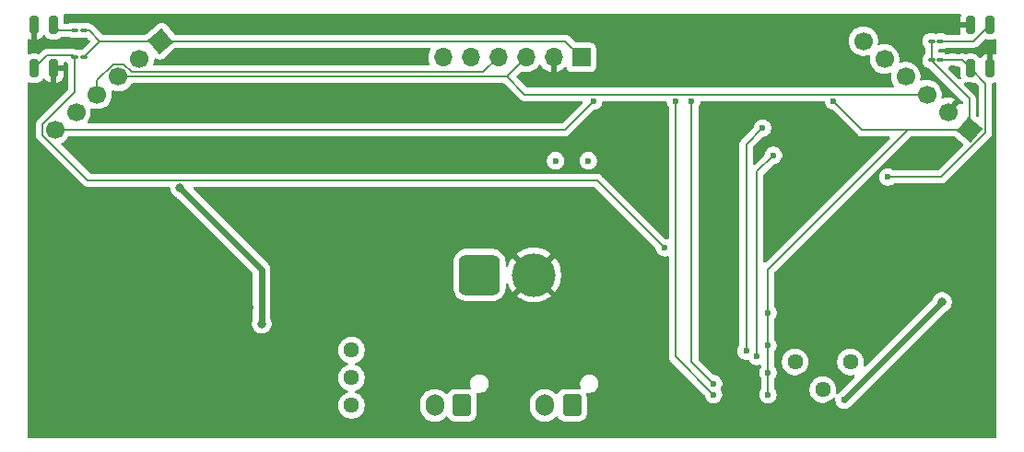
<source format=gbr>
%TF.GenerationSoftware,KiCad,Pcbnew,9.0.0+1*%
%TF.CreationDate,2025-04-07T23:29:54+02:00*%
%TF.ProjectId,WikiSumo_v25,57696b69-5375-46d6-9f5f-7632352e6b69,rev?*%
%TF.SameCoordinates,Original*%
%TF.FileFunction,Copper,L2,Bot*%
%TF.FilePolarity,Positive*%
%FSLAX46Y46*%
G04 Gerber Fmt 4.6, Leading zero omitted, Abs format (unit mm)*
G04 Created by KiCad (PCBNEW 9.0.0+1) date 2025-04-07 23:29:54*
%MOMM*%
%LPD*%
G01*
G04 APERTURE LIST*
G04 Aperture macros list*
%AMRoundRect*
0 Rectangle with rounded corners*
0 $1 Rounding radius*
0 $2 $3 $4 $5 $6 $7 $8 $9 X,Y pos of 4 corners*
0 Add a 4 corners polygon primitive as box body*
4,1,4,$2,$3,$4,$5,$6,$7,$8,$9,$2,$3,0*
0 Add four circle primitives for the rounded corners*
1,1,$1+$1,$2,$3*
1,1,$1+$1,$4,$5*
1,1,$1+$1,$6,$7*
1,1,$1+$1,$8,$9*
0 Add four rect primitives between the rounded corners*
20,1,$1+$1,$2,$3,$4,$5,0*
20,1,$1+$1,$4,$5,$6,$7,0*
20,1,$1+$1,$6,$7,$8,$9,0*
20,1,$1+$1,$8,$9,$2,$3,0*%
%AMHorizOval*
0 Thick line with rounded ends*
0 $1 width*
0 $2 $3 position (X,Y) of the first rounded end (center of the circle)*
0 $4 $5 position (X,Y) of the second rounded end (center of the circle)*
0 Add line between two ends*
20,1,$1,$2,$3,$4,$5,0*
0 Add two circle primitives to create the rounded ends*
1,1,$1,$2,$3*
1,1,$1,$4,$5*%
%AMRotRect*
0 Rectangle, with rotation*
0 The origin of the aperture is its center*
0 $1 length*
0 $2 width*
0 $3 Rotation angle, in degrees counterclockwise*
0 Add horizontal line*
21,1,$1,$2,0,0,$3*%
G04 Aperture macros list end*
%TA.AperFunction,ComponentPad*%
%ADD10RoundRect,0.760000X-1.140000X-1.140000X1.140000X-1.140000X1.140000X1.140000X-1.140000X1.140000X0*%
%TD*%
%TA.AperFunction,ComponentPad*%
%ADD11C,4.000000*%
%TD*%
%TA.AperFunction,ComponentPad*%
%ADD12RotRect,1.700000X1.700000X230.000000*%
%TD*%
%TA.AperFunction,ComponentPad*%
%ADD13HorizOval,1.700000X0.000000X0.000000X0.000000X0.000000X0*%
%TD*%
%TA.AperFunction,ComponentPad*%
%ADD14C,1.440000*%
%TD*%
%TA.AperFunction,ComponentPad*%
%ADD15RoundRect,0.250000X0.600000X0.750000X-0.600000X0.750000X-0.600000X-0.750000X0.600000X-0.750000X0*%
%TD*%
%TA.AperFunction,ComponentPad*%
%ADD16O,1.700000X2.000000*%
%TD*%
%TA.AperFunction,ComponentPad*%
%ADD17RotRect,1.700000X1.700000X310.000000*%
%TD*%
%TA.AperFunction,ComponentPad*%
%ADD18HorizOval,1.700000X0.000000X0.000000X0.000000X0.000000X0*%
%TD*%
%TA.AperFunction,ComponentPad*%
%ADD19R,1.700000X1.700000*%
%TD*%
%TA.AperFunction,ComponentPad*%
%ADD20O,1.700000X1.700000*%
%TD*%
%TA.AperFunction,SMDPad,CuDef*%
%ADD21RoundRect,0.100000X-0.217500X-0.100000X0.217500X-0.100000X0.217500X0.100000X-0.217500X0.100000X0*%
%TD*%
%TA.AperFunction,SMDPad,CuDef*%
%ADD22RoundRect,0.197500X0.197500X0.632500X-0.197500X0.632500X-0.197500X-0.632500X0.197500X-0.632500X0*%
%TD*%
%TA.AperFunction,SMDPad,CuDef*%
%ADD23RoundRect,0.100000X0.217500X0.100000X-0.217500X0.100000X-0.217500X-0.100000X0.217500X-0.100000X0*%
%TD*%
%TA.AperFunction,ViaPad*%
%ADD24C,0.600000*%
%TD*%
%TA.AperFunction,ViaPad*%
%ADD25C,0.800000*%
%TD*%
%TA.AperFunction,Conductor*%
%ADD26C,0.200000*%
%TD*%
%TA.AperFunction,Conductor*%
%ADD27C,0.600000*%
%TD*%
G04 APERTURE END LIST*
D10*
%TO.P,J4,1,Pin_1*%
%TO.N,+BATT*%
X147000000Y-94500000D03*
D11*
%TO.P,J4,2,Pin_2*%
%TO.N,GND*%
X152000000Y-94500000D03*
%TD*%
D12*
%TO.P,J3,1,Pin_1*%
%TO.N,+3V3*%
X192000000Y-81163403D03*
D13*
%TO.P,J3,2,Pin_2*%
%TO.N,GND*%
X190054247Y-79530722D03*
%TO.P,J3,3,Pin_3*%
%TO.N,SCL*%
X188108494Y-77898042D03*
%TO.P,J3,4,Pin_4*%
%TO.N,SDA*%
X186162741Y-76265361D03*
%TO.P,J3,5,Pin_5*%
%TO.N,unconnected-(J3-Pin_5-Pad5)*%
X184216988Y-74632681D03*
%TO.P,J3,6,Pin_6*%
%TO.N,VL53L0X_R*%
X182271235Y-73000000D03*
%TD*%
D14*
%TO.P,RV2,1,1*%
%TO.N,Net-(U7-FB)*%
X135250000Y-101420000D03*
%TO.P,RV2,2,2*%
X135250000Y-103960000D03*
%TO.P,RV2,3,3*%
%TO.N,+5V*%
X135250000Y-106500000D03*
%TD*%
D15*
%TO.P,J6,1,Pin_1*%
%TO.N,/TB6612/BO1*%
X155500000Y-106500000D03*
D16*
%TO.P,J6,2,Pin_2*%
%TO.N,/TB6612/BO2*%
X153000000Y-106500000D03*
%TD*%
D17*
%TO.P,J1,1,Pin_1*%
%TO.N,+3V3*%
X117728764Y-73000000D03*
D18*
%TO.P,J1,2,Pin_2*%
%TO.N,GND*%
X115783011Y-74632681D03*
%TO.P,J1,3,Pin_3*%
%TO.N,SCL*%
X113837258Y-76265361D03*
%TO.P,J1,4,Pin_4*%
%TO.N,SDA*%
X111891505Y-77898042D03*
%TO.P,J1,5,Pin_5*%
%TO.N,unconnected-(J1-Pin_5-Pad5)*%
X109945752Y-79530722D03*
%TO.P,J1,6,Pin_6*%
%TO.N,VL53L0X_L*%
X108000000Y-81163403D03*
%TD*%
D14*
%TO.P,RV1,1,1*%
%TO.N,Net-(R5-Pad1)*%
X176000000Y-102500000D03*
%TO.P,RV1,2,2*%
%TO.N,Net-(U6-FB)*%
X178540000Y-105040000D03*
%TO.P,RV1,3,3*%
%TO.N,+12V*%
X181080000Y-102500000D03*
%TD*%
D15*
%TO.P,J5,1,Pin_1*%
%TO.N,/TB6612/AO1*%
X145400000Y-106500000D03*
D16*
%TO.P,J5,2,Pin_2*%
%TO.N,/TB6612/AO2*%
X142900000Y-106500000D03*
%TD*%
D19*
%TO.P,J2,1,Pin_1*%
%TO.N,+3V3*%
X156350000Y-74500000D03*
D20*
%TO.P,J2,2,Pin_2*%
%TO.N,GND*%
X153810000Y-74500000D03*
%TO.P,J2,3,Pin_3*%
%TO.N,SCL*%
X151270000Y-74500000D03*
%TO.P,J2,4,Pin_4*%
%TO.N,SDA*%
X148730000Y-74500000D03*
%TO.P,J2,5,Pin_5*%
%TO.N,unconnected-(J2-Pin_5-Pad5)*%
X146190000Y-74500000D03*
%TO.P,J2,6,Pin_6*%
%TO.N,VL53L0X_C*%
X143650000Y-74500000D03*
%TD*%
D21*
%TO.P,R1,1*%
%TO.N,Net-(U3-A)*%
X109821630Y-72000000D03*
%TO.P,R1,2*%
%TO.N,+3V3*%
X110636630Y-72000000D03*
%TD*%
D22*
%TO.P,U3,1,A*%
%TO.N,Net-(U3-A)*%
X107900000Y-71500000D03*
%TO.P,U3,2,K*%
%TO.N,GND*%
X107900000Y-75500000D03*
%TO.P,U3,3*%
%TO.N,QR1113_L*%
X106100000Y-75500000D03*
%TO.P,U3,4*%
%TO.N,GND*%
X106100000Y-71500000D03*
%TD*%
D23*
%TO.P,R2,1*%
%TO.N,+3V3*%
X110636630Y-74500000D03*
%TO.P,R2,2*%
%TO.N,QR1113_L*%
X109821630Y-74500000D03*
%TD*%
%TO.P,R3,1*%
%TO.N,Net-(U4-A)*%
X189340000Y-73000000D03*
%TO.P,R3,2*%
%TO.N,+3V3*%
X188525000Y-73000000D03*
%TD*%
D22*
%TO.P,U4,1,A*%
%TO.N,Net-(U4-A)*%
X193900000Y-71500000D03*
%TO.P,U4,2,K*%
%TO.N,GND*%
X193900000Y-75500000D03*
%TO.P,U4,3*%
%TO.N,QR1113_R*%
X192100000Y-75500000D03*
%TO.P,U4,4*%
%TO.N,GND*%
X192100000Y-71500000D03*
%TD*%
D21*
%TO.P,R4,1*%
%TO.N,+3V3*%
X188525000Y-74750000D03*
%TO.P,R4,2*%
%TO.N,QR1113_R*%
X189340000Y-74750000D03*
%TD*%
D24*
%TO.N,*%
X154000000Y-84000000D03*
X157000000Y-84000000D03*
%TO.N,+3V3*%
X173500000Y-101000000D03*
X173500000Y-98000000D03*
X173500000Y-105500000D03*
X173500000Y-103500000D03*
X179500000Y-78500000D03*
%TO.N,QR1113_L*%
X164000000Y-92000000D03*
%TO.N,QR1113_R*%
X184500000Y-85500000D03*
%TO.N,TB6612_BI1*%
X166500000Y-78500000D03*
X168500000Y-104500000D03*
%TO.N,TB6612_AI1*%
X174000000Y-83500000D03*
X172500000Y-102000000D03*
%TO.N,GND*%
X190500000Y-88000000D03*
X178000000Y-96500000D03*
X147500000Y-87500000D03*
X184500000Y-98500000D03*
X142500000Y-87500000D03*
X109500000Y-73000000D03*
X168000000Y-75000000D03*
X108000000Y-88500000D03*
X169500000Y-97000000D03*
X160000000Y-104500000D03*
X169000000Y-89500000D03*
X109000000Y-89500000D03*
X190500000Y-75500000D03*
X139500000Y-78500000D03*
X140500000Y-99500000D03*
X192000000Y-102000000D03*
X158500000Y-101500000D03*
X135000000Y-74500000D03*
X142000000Y-97000000D03*
X132000000Y-102500000D03*
X165000000Y-105500000D03*
X187000000Y-71500000D03*
X170000000Y-89500000D03*
X158500000Y-105500000D03*
X186000000Y-72500000D03*
X160000000Y-97500000D03*
X192000000Y-105000000D03*
X175000000Y-96500000D03*
X109000000Y-88500000D03*
X168000000Y-76000000D03*
X181000000Y-90000000D03*
X188500000Y-84000000D03*
X137500000Y-74500000D03*
X191500000Y-88000000D03*
X184500000Y-99500000D03*
X192500000Y-77500000D03*
X151500000Y-79500000D03*
X170500000Y-97000000D03*
X117000000Y-79000000D03*
X186500000Y-83500000D03*
X168000000Y-89500000D03*
X108000000Y-87500000D03*
X140500000Y-95000000D03*
X121000000Y-74500000D03*
X191500000Y-86000000D03*
X126000000Y-97500000D03*
X140500000Y-97000000D03*
X122500000Y-74500000D03*
X110000000Y-89500000D03*
X165000000Y-103500000D03*
X165000000Y-106500000D03*
X132000000Y-104500000D03*
X168000000Y-88500000D03*
X143500000Y-83500000D03*
X173000000Y-72500000D03*
X142000000Y-99500000D03*
X125000000Y-96500000D03*
X143500000Y-97000000D03*
X139500000Y-74500000D03*
X193500000Y-86000000D03*
X110500000Y-73000000D03*
X167000000Y-75000000D03*
X177000000Y-96500000D03*
X109000000Y-87500000D03*
X150000000Y-87500000D03*
X192000000Y-104000000D03*
X120000000Y-79000000D03*
X172000000Y-104500000D03*
X169000000Y-88500000D03*
X160000000Y-106500000D03*
X174000000Y-73500000D03*
X158500000Y-106500000D03*
X192000000Y-87000000D03*
X191000000Y-74000000D03*
X133500000Y-102500000D03*
X192500000Y-97000000D03*
X155000000Y-101500000D03*
X165000000Y-104500000D03*
X160500000Y-101500000D03*
X159000000Y-97500000D03*
X169000000Y-75000000D03*
X176000000Y-96500000D03*
X140500000Y-93000000D03*
X193000000Y-87000000D03*
X110000000Y-87500000D03*
X182000000Y-90000000D03*
X142000000Y-95000000D03*
X190000000Y-74000000D03*
X181000000Y-91000000D03*
X170000000Y-88500000D03*
X157000000Y-81500000D03*
X192000000Y-103000000D03*
X157000000Y-97500000D03*
X137500000Y-78500000D03*
X187000000Y-72500000D03*
X145000000Y-87500000D03*
X158000000Y-97500000D03*
X160000000Y-105500000D03*
X184500000Y-97500000D03*
X146000000Y-83500000D03*
X170000000Y-76000000D03*
X156500000Y-87000000D03*
X183000000Y-90000000D03*
X144000000Y-99500000D03*
X142000000Y-93000000D03*
X169000000Y-76000000D03*
X141000000Y-83500000D03*
X122000000Y-79000000D03*
X156500000Y-101500000D03*
X192500000Y-86000000D03*
X182000000Y-91000000D03*
X186000000Y-71500000D03*
X118500000Y-79000000D03*
X108000000Y-89500000D03*
X142000000Y-78500000D03*
X192500000Y-88000000D03*
X170000000Y-75000000D03*
X192500000Y-98000000D03*
X187500000Y-83500000D03*
X183000000Y-91000000D03*
X188000000Y-71500000D03*
X167000000Y-76000000D03*
X192000000Y-77000000D03*
X110000000Y-88500000D03*
X191000000Y-87000000D03*
%TO.N,TB6612_AI2*%
X173000000Y-81000000D03*
X171500000Y-101500000D03*
%TO.N,VL53L0X_L*%
X157500000Y-78500000D03*
%TO.N,TB6612_BI2*%
X168500000Y-105500000D03*
X165000000Y-78500000D03*
D25*
%TO.N,Net-(D2-K)*%
X127000000Y-99000000D03*
X119500000Y-86500000D03*
D24*
%TO.N,Net-(U6-FB)*%
X180500000Y-106000000D03*
D25*
X189500000Y-97000000D03*
%TD*%
D26*
%TO.N,Net-(U3-A)*%
X109821630Y-72000000D02*
X108400000Y-72000000D01*
X108400000Y-72000000D02*
X107900000Y-71500000D01*
%TO.N,+3V3*%
X110636630Y-74500000D02*
X112136630Y-73000000D01*
X156350000Y-74500000D02*
X154850000Y-73000000D01*
X188525000Y-74750000D02*
X188525000Y-74822370D01*
X112136630Y-73000000D02*
X111136630Y-72000000D01*
X192000000Y-78297370D02*
X188525000Y-74822370D01*
X173500000Y-98000000D02*
X173500000Y-101000000D01*
X154850000Y-73000000D02*
X117728764Y-73000000D01*
X182163403Y-81163403D02*
X186336597Y-81163403D01*
X188525000Y-74750000D02*
X188525000Y-73000000D01*
X192000000Y-81163403D02*
X192000000Y-78297370D01*
X173500000Y-94000000D02*
X173500000Y-98000000D01*
X112136630Y-73000000D02*
X117728764Y-73000000D01*
X111136630Y-72000000D02*
X110636630Y-72000000D01*
X186336597Y-81163403D02*
X173500000Y-94000000D01*
X173500000Y-101000000D02*
X173500000Y-103500000D01*
X173500000Y-103500000D02*
X173500000Y-105500000D01*
X192000000Y-81163403D02*
X186336597Y-81163403D01*
X179500000Y-78500000D02*
X182163403Y-81163403D01*
%TO.N,QR1113_L*%
X111007837Y-85799000D02*
X106849000Y-81640163D01*
X109821630Y-74500000D02*
X109621631Y-74300001D01*
X106849000Y-80686643D02*
X109821630Y-77714013D01*
X107299999Y-74300001D02*
X106100000Y-75500000D01*
X109821630Y-77714013D02*
X109821630Y-74500000D01*
X157799000Y-85799000D02*
X111007837Y-85799000D01*
X164000000Y-92000000D02*
X157799000Y-85799000D01*
X109621631Y-74300001D02*
X107299999Y-74300001D01*
X106849000Y-81640163D02*
X106849000Y-80686643D01*
%TO.N,Net-(U4-A)*%
X192400000Y-73000000D02*
X193900000Y-71500000D01*
X189340000Y-73000000D02*
X192400000Y-73000000D01*
%TO.N,QR1113_R*%
X189340000Y-74750000D02*
X191350000Y-74750000D01*
X193498507Y-76898507D02*
X192100000Y-75500000D01*
X189391357Y-85500000D02*
X193498507Y-81392850D01*
X193498507Y-81392850D02*
X193498507Y-76898507D01*
X184500000Y-85500000D02*
X189391357Y-85500000D01*
X191350000Y-74750000D02*
X192100000Y-75500000D01*
%TO.N,TB6612_BI1*%
X166500000Y-102500000D02*
X168500000Y-104500000D01*
X166500000Y-78500000D02*
X166500000Y-102500000D01*
%TO.N,TB6612_AI1*%
X172500000Y-85000000D02*
X172500000Y-102000000D01*
X174000000Y-83500000D02*
X172500000Y-85000000D01*
%TO.N,SDA*%
X114314018Y-75114361D02*
X115064018Y-75864361D01*
X111891505Y-77898042D02*
X111891505Y-76583354D01*
X147365639Y-75864361D02*
X148730000Y-74500000D01*
X111891505Y-76583354D02*
X113360498Y-75114361D01*
X113360498Y-75114361D02*
X114314018Y-75114361D01*
X115064018Y-75864361D02*
X147365639Y-75864361D01*
%TO.N,SCL*%
X113837258Y-76265361D02*
X149504639Y-76265361D01*
X149504639Y-76265361D02*
X151270000Y-74500000D01*
X149504639Y-76265361D02*
X151137320Y-77898042D01*
X151137320Y-77898042D02*
X188108494Y-77898042D01*
%TO.N,TB6612_AI2*%
X173000000Y-81000000D02*
X171500000Y-82500000D01*
X171500000Y-82500000D02*
X171500000Y-101500000D01*
%TO.N,VL53L0X_L*%
X154836597Y-81163403D02*
X157500000Y-78500000D01*
X108000000Y-81163403D02*
X154836597Y-81163403D01*
%TO.N,TB6612_BI2*%
X165000000Y-78500000D02*
X165000000Y-102000000D01*
X165000000Y-102000000D02*
X168500000Y-105500000D01*
D27*
%TO.N,Net-(D2-K)*%
X127000000Y-99000000D02*
X127000000Y-94000000D01*
X127000000Y-94000000D02*
X119500000Y-86500000D01*
%TO.N,Net-(U6-FB)*%
X180500000Y-106000000D02*
X189500000Y-97000000D01*
%TD*%
%TA.AperFunction,Conductor*%
%TO.N,GND*%
G36*
X109018792Y-74901130D02*
G01*
X109020957Y-74900576D01*
X109052165Y-74910929D01*
X109083688Y-74920186D01*
X109085731Y-74922065D01*
X109087272Y-74922577D01*
X109113126Y-74946603D01*
X109114085Y-74947791D01*
X109175848Y-75028282D01*
X109184332Y-75034792D01*
X109193607Y-75046279D01*
X109220407Y-75110804D01*
X109221130Y-75124177D01*
X109221130Y-77413915D01*
X109201445Y-77480954D01*
X109184811Y-77501596D01*
X106368481Y-80317925D01*
X106368480Y-80317927D01*
X106329026Y-80386264D01*
X106289423Y-80454858D01*
X106248499Y-80607586D01*
X106248499Y-80607588D01*
X106248499Y-80775689D01*
X106248500Y-80775702D01*
X106248500Y-81553493D01*
X106248499Y-81553511D01*
X106248499Y-81719217D01*
X106248498Y-81719217D01*
X106289423Y-81871948D01*
X106318358Y-81922063D01*
X106318359Y-81922067D01*
X106318360Y-81922067D01*
X106349257Y-81975584D01*
X106368479Y-82008877D01*
X106368481Y-82008880D01*
X106487349Y-82127748D01*
X106487354Y-82127752D01*
X110639121Y-86279520D01*
X110639123Y-86279521D01*
X110639127Y-86279524D01*
X110776046Y-86358573D01*
X110776053Y-86358577D01*
X110928780Y-86399501D01*
X110928782Y-86399501D01*
X111094491Y-86399501D01*
X111094507Y-86399500D01*
X118475500Y-86399500D01*
X118542539Y-86419185D01*
X118588294Y-86471989D01*
X118599500Y-86523500D01*
X118599500Y-86588695D01*
X118634103Y-86762658D01*
X118634106Y-86762667D01*
X118701983Y-86926540D01*
X118701990Y-86926553D01*
X118800535Y-87074034D01*
X118800538Y-87074038D01*
X118925961Y-87199461D01*
X118925965Y-87199464D01*
X119073449Y-87298011D01*
X119073451Y-87298011D01*
X119073453Y-87298013D01*
X119208540Y-87353967D01*
X119248769Y-87380847D01*
X126163181Y-94295259D01*
X126196666Y-94356582D01*
X126199500Y-94382940D01*
X126199500Y-98554793D01*
X126190061Y-98602245D01*
X126134106Y-98737332D01*
X126134103Y-98737341D01*
X126099500Y-98911304D01*
X126099500Y-99088695D01*
X126134103Y-99262658D01*
X126134106Y-99262667D01*
X126201983Y-99426540D01*
X126201990Y-99426553D01*
X126300535Y-99574034D01*
X126300538Y-99574038D01*
X126425961Y-99699461D01*
X126425965Y-99699464D01*
X126573446Y-99798009D01*
X126573459Y-99798016D01*
X126696363Y-99848923D01*
X126737334Y-99865894D01*
X126737336Y-99865894D01*
X126737341Y-99865896D01*
X126911304Y-99900499D01*
X126911307Y-99900500D01*
X126911309Y-99900500D01*
X127088693Y-99900500D01*
X127088694Y-99900499D01*
X127146682Y-99888964D01*
X127262658Y-99865896D01*
X127262661Y-99865894D01*
X127262666Y-99865894D01*
X127426547Y-99798013D01*
X127574035Y-99699464D01*
X127699464Y-99574035D01*
X127798013Y-99426547D01*
X127865894Y-99262666D01*
X127900500Y-99088691D01*
X127900500Y-98911309D01*
X127900500Y-98911306D01*
X127900499Y-98911304D01*
X127865896Y-98737341D01*
X127865893Y-98737332D01*
X127809939Y-98602245D01*
X127800500Y-98554793D01*
X127800500Y-93921156D01*
X127797068Y-93903907D01*
X127797068Y-93903901D01*
X127769739Y-93766510D01*
X127769738Y-93766503D01*
X127709394Y-93620821D01*
X127709392Y-93620818D01*
X127709390Y-93620814D01*
X127621789Y-93489711D01*
X127621786Y-93489707D01*
X127512589Y-93380510D01*
X127427339Y-93295260D01*
X144599500Y-93295260D01*
X144599500Y-95704739D01*
X144609987Y-95837982D01*
X144665426Y-96058002D01*
X144759258Y-96264579D01*
X144759263Y-96264589D01*
X144888473Y-96451090D01*
X145048909Y-96611526D01*
X145235410Y-96740736D01*
X145235420Y-96740741D01*
X145441997Y-96834573D01*
X145441998Y-96834573D01*
X145442000Y-96834574D01*
X145662017Y-96890013D01*
X145795264Y-96900500D01*
X145795270Y-96900500D01*
X148204730Y-96900500D01*
X148204736Y-96900500D01*
X148337983Y-96890013D01*
X148558000Y-96834574D01*
X148764582Y-96740740D01*
X148764584Y-96740738D01*
X148764589Y-96740736D01*
X148951090Y-96611526D01*
X149111526Y-96451090D01*
X149204600Y-96316748D01*
X149204600Y-96316747D01*
X149240739Y-96264583D01*
X149240740Y-96264582D01*
X149334574Y-96058000D01*
X149390013Y-95837983D01*
X149400500Y-95704736D01*
X149400500Y-95370224D01*
X149420185Y-95303185D01*
X149472989Y-95257430D01*
X149542147Y-95247486D01*
X149605703Y-95276511D01*
X149641542Y-95329270D01*
X149686662Y-95458217D01*
X149808492Y-95711200D01*
X149957884Y-95948956D01*
X150064187Y-96082257D01*
X150884728Y-95261716D01*
X150970278Y-95379466D01*
X151120534Y-95529722D01*
X151238281Y-95615270D01*
X150417741Y-96435810D01*
X150417741Y-96435811D01*
X150551043Y-96542115D01*
X150788799Y-96691507D01*
X151041782Y-96813337D01*
X151306819Y-96906077D01*
X151306821Y-96906078D01*
X151580575Y-96968560D01*
X151580587Y-96968562D01*
X151859598Y-96999999D01*
X151859600Y-97000000D01*
X152140400Y-97000000D01*
X152140401Y-96999999D01*
X152419412Y-96968562D01*
X152419424Y-96968560D01*
X152693178Y-96906078D01*
X152693180Y-96906077D01*
X152958217Y-96813337D01*
X153211200Y-96691507D01*
X153448956Y-96542116D01*
X153582257Y-96435810D01*
X152761717Y-95615271D01*
X152879466Y-95529722D01*
X153029722Y-95379466D01*
X153115270Y-95261717D01*
X153935810Y-96082257D01*
X154042116Y-95948956D01*
X154191507Y-95711200D01*
X154313337Y-95458217D01*
X154406077Y-95193180D01*
X154406078Y-95193178D01*
X154468560Y-94919424D01*
X154468562Y-94919412D01*
X154499999Y-94640401D01*
X154500000Y-94640399D01*
X154500000Y-94359600D01*
X154499999Y-94359598D01*
X154468562Y-94080587D01*
X154468560Y-94080575D01*
X154406078Y-93806821D01*
X154406077Y-93806819D01*
X154313337Y-93541782D01*
X154191507Y-93288799D01*
X154042115Y-93051043D01*
X153935810Y-92917741D01*
X153115270Y-93738281D01*
X153029722Y-93620534D01*
X152879466Y-93470278D01*
X152761716Y-93384728D01*
X153582257Y-92564187D01*
X153448956Y-92457884D01*
X153211200Y-92308492D01*
X152958217Y-92186662D01*
X152693180Y-92093922D01*
X152693178Y-92093921D01*
X152419424Y-92031439D01*
X152419412Y-92031437D01*
X152140401Y-92000000D01*
X151859598Y-92000000D01*
X151580587Y-92031437D01*
X151580575Y-92031439D01*
X151306821Y-92093921D01*
X151306819Y-92093922D01*
X151041782Y-92186662D01*
X150788799Y-92308492D01*
X150551043Y-92457884D01*
X150417741Y-92564187D01*
X151238282Y-93384728D01*
X151120534Y-93470278D01*
X150970278Y-93620534D01*
X150884728Y-93738282D01*
X150064187Y-92917741D01*
X149957884Y-93051043D01*
X149808492Y-93288799D01*
X149686663Y-93541780D01*
X149641542Y-93670730D01*
X149600820Y-93727506D01*
X149535867Y-93753253D01*
X149467305Y-93739797D01*
X149416903Y-93691409D01*
X149400500Y-93629775D01*
X149400500Y-93295270D01*
X149400500Y-93295264D01*
X149390013Y-93162017D01*
X149334574Y-92942000D01*
X149256328Y-92769737D01*
X149240741Y-92735420D01*
X149240735Y-92735410D01*
X149204601Y-92683253D01*
X149204599Y-92683251D01*
X149111524Y-92548907D01*
X148951090Y-92388473D01*
X148764589Y-92259263D01*
X148764579Y-92259258D01*
X148558002Y-92165426D01*
X148411322Y-92128466D01*
X148337983Y-92109987D01*
X148304671Y-92107365D01*
X148204739Y-92099500D01*
X148204736Y-92099500D01*
X145795264Y-92099500D01*
X145795260Y-92099500D01*
X145662017Y-92109987D01*
X145441997Y-92165426D01*
X145235420Y-92259258D01*
X145235410Y-92259263D01*
X145048909Y-92388473D01*
X144888473Y-92548909D01*
X144759263Y-92735410D01*
X144759258Y-92735420D01*
X144665426Y-92941997D01*
X144609987Y-93162017D01*
X144599500Y-93295260D01*
X127427339Y-93295260D01*
X120743259Y-86611181D01*
X120709774Y-86549858D01*
X120714758Y-86480166D01*
X120756630Y-86424233D01*
X120822094Y-86399816D01*
X120830940Y-86399500D01*
X157498903Y-86399500D01*
X157565942Y-86419185D01*
X157586584Y-86435819D01*
X163165425Y-92014660D01*
X163198910Y-92075983D01*
X163199361Y-92078149D01*
X163230261Y-92233491D01*
X163230264Y-92233501D01*
X163290602Y-92379172D01*
X163290609Y-92379185D01*
X163378210Y-92510288D01*
X163378213Y-92510292D01*
X163489707Y-92621786D01*
X163489711Y-92621789D01*
X163620814Y-92709390D01*
X163620827Y-92709397D01*
X163766498Y-92769735D01*
X163766503Y-92769737D01*
X163896982Y-92795691D01*
X163921153Y-92800499D01*
X163921156Y-92800500D01*
X163921158Y-92800500D01*
X164078844Y-92800500D01*
X164078845Y-92800499D01*
X164233497Y-92769737D01*
X164233509Y-92769731D01*
X164239324Y-92767969D01*
X164240158Y-92770720D01*
X164297359Y-92764497D01*
X164359878Y-92795691D01*
X164395608Y-92855734D01*
X164399500Y-92886555D01*
X164399500Y-101913330D01*
X164399499Y-101913348D01*
X164399499Y-102079054D01*
X164399498Y-102079054D01*
X164440422Y-102231782D01*
X164440424Y-102231787D01*
X164443628Y-102237336D01*
X164443629Y-102237338D01*
X164519477Y-102368712D01*
X164519481Y-102368717D01*
X164638349Y-102487585D01*
X164638355Y-102487590D01*
X167665425Y-105514660D01*
X167698910Y-105575983D01*
X167699361Y-105578149D01*
X167730261Y-105733491D01*
X167730264Y-105733501D01*
X167790602Y-105879172D01*
X167790609Y-105879185D01*
X167878210Y-106010288D01*
X167878213Y-106010292D01*
X167989707Y-106121786D01*
X167989711Y-106121789D01*
X168120814Y-106209390D01*
X168120827Y-106209397D01*
X168266498Y-106269735D01*
X168266503Y-106269737D01*
X168421153Y-106300499D01*
X168421156Y-106300500D01*
X168421158Y-106300500D01*
X168578844Y-106300500D01*
X168578845Y-106300499D01*
X168733497Y-106269737D01*
X168867579Y-106214199D01*
X168879172Y-106209397D01*
X168879172Y-106209396D01*
X168879179Y-106209394D01*
X169010289Y-106121789D01*
X169121789Y-106010289D01*
X169209394Y-105879179D01*
X169269737Y-105733497D01*
X169300500Y-105578842D01*
X169300500Y-105421158D01*
X169300500Y-105421155D01*
X169300499Y-105421153D01*
X169283782Y-105337114D01*
X169269737Y-105266503D01*
X169248762Y-105215865D01*
X169209396Y-105120825D01*
X169209394Y-105120822D01*
X169209394Y-105120821D01*
X169174694Y-105068889D01*
X169153816Y-105002215D01*
X169172300Y-104934835D01*
X169174676Y-104931136D01*
X169209394Y-104879179D01*
X169269737Y-104733497D01*
X169300500Y-104578842D01*
X169300500Y-104421158D01*
X169300500Y-104421155D01*
X169300499Y-104421153D01*
X169269738Y-104266510D01*
X169269737Y-104266503D01*
X169263695Y-104251917D01*
X169209397Y-104120827D01*
X169209390Y-104120814D01*
X169121789Y-103989711D01*
X169121786Y-103989707D01*
X169010292Y-103878213D01*
X169010288Y-103878210D01*
X168879185Y-103790609D01*
X168879172Y-103790602D01*
X168733501Y-103730264D01*
X168733491Y-103730261D01*
X168578149Y-103699361D01*
X168516238Y-103666976D01*
X168514660Y-103665425D01*
X167136819Y-102287584D01*
X167103334Y-102226261D01*
X167100500Y-102199903D01*
X167100500Y-79079765D01*
X167120185Y-79012726D01*
X167121398Y-79010874D01*
X167162505Y-78949354D01*
X167209394Y-78879179D01*
X167269737Y-78733497D01*
X167288297Y-78640189D01*
X167296620Y-78598351D01*
X167329005Y-78536440D01*
X167389721Y-78501866D01*
X167418237Y-78498542D01*
X178581763Y-78498542D01*
X178648802Y-78518227D01*
X178694557Y-78571031D01*
X178703380Y-78598351D01*
X178730261Y-78733489D01*
X178730264Y-78733501D01*
X178790602Y-78879172D01*
X178790609Y-78879185D01*
X178878210Y-79010288D01*
X178878213Y-79010292D01*
X178989707Y-79121786D01*
X178989711Y-79121789D01*
X179120814Y-79209390D01*
X179120827Y-79209397D01*
X179215333Y-79248542D01*
X179266503Y-79269737D01*
X179331147Y-79282595D01*
X179421849Y-79300638D01*
X179483760Y-79333023D01*
X179485338Y-79334573D01*
X181794687Y-81643923D01*
X181794689Y-81643924D01*
X181794693Y-81643927D01*
X181908080Y-81709390D01*
X181931619Y-81722980D01*
X182084346Y-81763904D01*
X182084348Y-81763904D01*
X182250057Y-81763904D01*
X182250073Y-81763903D01*
X184587499Y-81763903D01*
X184654538Y-81783588D01*
X184700293Y-81836392D01*
X184710237Y-81905550D01*
X184681212Y-81969106D01*
X184675180Y-81975584D01*
X173312181Y-93338583D01*
X173250858Y-93372068D01*
X173181166Y-93367084D01*
X173125233Y-93325212D01*
X173100816Y-93259748D01*
X173100500Y-93250902D01*
X173100500Y-85300097D01*
X173120185Y-85233058D01*
X173136819Y-85212416D01*
X173558633Y-84790602D01*
X174014662Y-84334572D01*
X174075983Y-84301089D01*
X174078150Y-84300638D01*
X174136085Y-84289113D01*
X174233497Y-84269737D01*
X174379179Y-84209394D01*
X174510289Y-84121789D01*
X174621789Y-84010289D01*
X174709394Y-83879179D01*
X174769737Y-83733497D01*
X174800500Y-83578842D01*
X174800500Y-83421158D01*
X174800500Y-83421155D01*
X174800499Y-83421153D01*
X174774531Y-83290606D01*
X174769737Y-83266503D01*
X174769735Y-83266498D01*
X174709397Y-83120827D01*
X174709390Y-83120814D01*
X174621789Y-82989711D01*
X174621786Y-82989707D01*
X174510292Y-82878213D01*
X174510288Y-82878210D01*
X174379185Y-82790609D01*
X174379172Y-82790602D01*
X174233501Y-82730264D01*
X174233489Y-82730261D01*
X174078845Y-82699500D01*
X174078842Y-82699500D01*
X173921158Y-82699500D01*
X173921155Y-82699500D01*
X173766510Y-82730261D01*
X173766498Y-82730264D01*
X173620827Y-82790602D01*
X173620814Y-82790609D01*
X173489711Y-82878210D01*
X173489707Y-82878213D01*
X173378213Y-82989707D01*
X173378210Y-82989711D01*
X173290609Y-83120814D01*
X173290602Y-83120827D01*
X173230264Y-83266498D01*
X173230261Y-83266508D01*
X173199361Y-83421850D01*
X173166976Y-83483761D01*
X173165425Y-83485339D01*
X172312181Y-84338583D01*
X172250858Y-84372068D01*
X172181166Y-84367084D01*
X172125233Y-84325212D01*
X172100816Y-84259748D01*
X172100500Y-84250902D01*
X172100500Y-82800097D01*
X172120185Y-82733058D01*
X172136819Y-82712416D01*
X172530782Y-82318453D01*
X173014662Y-81834572D01*
X173075983Y-81801089D01*
X173078150Y-81800638D01*
X173136085Y-81789113D01*
X173233497Y-81769737D01*
X173379179Y-81709394D01*
X173510289Y-81621789D01*
X173621789Y-81510289D01*
X173709394Y-81379179D01*
X173769737Y-81233497D01*
X173800500Y-81078842D01*
X173800500Y-80921158D01*
X173800500Y-80921155D01*
X173800499Y-80921153D01*
X173769737Y-80766503D01*
X173769404Y-80765700D01*
X173709397Y-80620827D01*
X173709390Y-80620814D01*
X173621789Y-80489711D01*
X173621786Y-80489707D01*
X173510292Y-80378213D01*
X173510288Y-80378210D01*
X173379185Y-80290609D01*
X173379172Y-80290602D01*
X173233501Y-80230264D01*
X173233489Y-80230261D01*
X173078845Y-80199500D01*
X173078842Y-80199500D01*
X172921158Y-80199500D01*
X172921155Y-80199500D01*
X172766510Y-80230261D01*
X172766498Y-80230264D01*
X172620827Y-80290602D01*
X172620814Y-80290609D01*
X172489711Y-80378210D01*
X172489707Y-80378213D01*
X172378213Y-80489707D01*
X172378210Y-80489711D01*
X172290609Y-80620814D01*
X172290602Y-80620827D01*
X172230264Y-80766498D01*
X172230261Y-80766508D01*
X172199361Y-80921850D01*
X172166976Y-80983761D01*
X172165425Y-80985339D01*
X171019482Y-82131281D01*
X171019480Y-82131283D01*
X171008608Y-82150115D01*
X171000648Y-82163903D01*
X170940423Y-82268215D01*
X170899499Y-82420943D01*
X170899499Y-82420945D01*
X170899499Y-82589046D01*
X170899500Y-82589059D01*
X170899500Y-100920234D01*
X170879815Y-100987273D01*
X170878602Y-100989125D01*
X170790609Y-101120814D01*
X170790602Y-101120827D01*
X170730264Y-101266498D01*
X170730261Y-101266510D01*
X170699500Y-101421153D01*
X170699500Y-101578846D01*
X170730261Y-101733489D01*
X170730264Y-101733501D01*
X170790602Y-101879172D01*
X170790609Y-101879185D01*
X170878210Y-102010288D01*
X170878213Y-102010292D01*
X170989707Y-102121786D01*
X170989711Y-102121789D01*
X171120814Y-102209390D01*
X171120827Y-102209397D01*
X171188279Y-102237336D01*
X171266503Y-102269737D01*
X171386736Y-102293653D01*
X171421153Y-102300499D01*
X171421156Y-102300500D01*
X171421158Y-102300500D01*
X171578843Y-102300500D01*
X171595304Y-102297225D01*
X171644568Y-102287426D01*
X171714158Y-102293653D01*
X171769336Y-102336515D01*
X171783320Y-102361589D01*
X171790606Y-102379179D01*
X171790609Y-102379185D01*
X171878210Y-102510288D01*
X171878213Y-102510292D01*
X171989707Y-102621786D01*
X171989711Y-102621789D01*
X172120814Y-102709390D01*
X172120827Y-102709397D01*
X172263502Y-102768494D01*
X172266503Y-102769737D01*
X172421153Y-102800499D01*
X172421156Y-102800500D01*
X172421158Y-102800500D01*
X172578844Y-102800500D01*
X172578845Y-102800499D01*
X172733497Y-102769737D01*
X172733509Y-102769731D01*
X172739324Y-102767969D01*
X172740158Y-102770720D01*
X172760601Y-102768496D01*
X172793147Y-102763817D01*
X172795159Y-102764736D01*
X172797359Y-102764497D01*
X172826779Y-102779176D01*
X172856703Y-102792842D01*
X172857899Y-102794703D01*
X172859878Y-102795691D01*
X172876687Y-102823938D01*
X172894477Y-102851620D01*
X172894896Y-102854538D01*
X172895608Y-102855734D01*
X172899500Y-102886555D01*
X172899500Y-102920234D01*
X172879815Y-102987273D01*
X172878602Y-102989125D01*
X172790609Y-103120814D01*
X172790602Y-103120827D01*
X172730264Y-103266498D01*
X172730261Y-103266510D01*
X172699500Y-103421153D01*
X172699500Y-103578846D01*
X172730261Y-103733489D01*
X172730264Y-103733501D01*
X172790602Y-103879172D01*
X172790609Y-103879185D01*
X172878602Y-104010874D01*
X172899480Y-104077551D01*
X172899500Y-104079765D01*
X172899500Y-104920234D01*
X172879815Y-104987273D01*
X172878602Y-104989125D01*
X172790609Y-105120814D01*
X172790602Y-105120827D01*
X172730264Y-105266498D01*
X172730261Y-105266510D01*
X172699500Y-105421153D01*
X172699500Y-105578846D01*
X172730261Y-105733489D01*
X172730264Y-105733501D01*
X172790602Y-105879172D01*
X172790609Y-105879185D01*
X172878210Y-106010288D01*
X172878213Y-106010292D01*
X172989707Y-106121786D01*
X172989711Y-106121789D01*
X173120814Y-106209390D01*
X173120827Y-106209397D01*
X173266498Y-106269735D01*
X173266503Y-106269737D01*
X173421153Y-106300499D01*
X173421156Y-106300500D01*
X173421158Y-106300500D01*
X173578844Y-106300500D01*
X173578845Y-106300499D01*
X173733497Y-106269737D01*
X173867579Y-106214199D01*
X173879172Y-106209397D01*
X173879172Y-106209396D01*
X173879179Y-106209394D01*
X174010289Y-106121789D01*
X174121789Y-106010289D01*
X174209394Y-105879179D01*
X174269737Y-105733497D01*
X174300500Y-105578842D01*
X174300500Y-105421158D01*
X174300500Y-105421155D01*
X174300499Y-105421153D01*
X174283782Y-105337114D01*
X174269737Y-105266503D01*
X174248762Y-105215865D01*
X174209397Y-105120827D01*
X174209390Y-105120814D01*
X174133986Y-105007964D01*
X174121398Y-104989125D01*
X174107251Y-104943945D01*
X177319500Y-104943945D01*
X177319500Y-105136055D01*
X177328828Y-105194949D01*
X177349553Y-105325802D01*
X177408916Y-105508506D01*
X177454110Y-105597203D01*
X177496135Y-105679681D01*
X177609055Y-105835102D01*
X177744898Y-105970945D01*
X177900319Y-106083865D01*
X177974743Y-106121786D01*
X178071493Y-106171083D01*
X178162845Y-106200764D01*
X178254199Y-106230447D01*
X178443945Y-106260500D01*
X178443946Y-106260500D01*
X178636054Y-106260500D01*
X178636055Y-106260500D01*
X178825801Y-106230447D01*
X179008509Y-106171082D01*
X179179681Y-106083865D01*
X179335102Y-105970945D01*
X179470945Y-105835102D01*
X179477041Y-105826711D01*
X179532368Y-105784046D01*
X179601981Y-105778065D01*
X179663777Y-105810670D01*
X179698136Y-105871508D01*
X179698836Y-105914968D01*
X179700097Y-105915093D01*
X179699500Y-105921155D01*
X179699500Y-106078846D01*
X179730261Y-106233489D01*
X179730264Y-106233501D01*
X179790602Y-106379172D01*
X179790609Y-106379185D01*
X179878210Y-106510288D01*
X179878213Y-106510292D01*
X179989707Y-106621786D01*
X179989711Y-106621789D01*
X180120814Y-106709390D01*
X180120827Y-106709397D01*
X180266498Y-106769735D01*
X180266503Y-106769737D01*
X180421153Y-106800499D01*
X180421156Y-106800500D01*
X180421158Y-106800500D01*
X180578844Y-106800500D01*
X180578845Y-106800499D01*
X180733497Y-106769737D01*
X180879179Y-106709394D01*
X181010289Y-106621789D01*
X189751232Y-97880844D01*
X189791454Y-97853968D01*
X189926547Y-97798013D01*
X190074035Y-97699464D01*
X190199464Y-97574035D01*
X190298013Y-97426547D01*
X190365894Y-97262666D01*
X190400500Y-97088691D01*
X190400500Y-96911309D01*
X190400500Y-96911306D01*
X190400499Y-96911304D01*
X190365896Y-96737341D01*
X190365893Y-96737332D01*
X190298016Y-96573459D01*
X190298009Y-96573446D01*
X190199464Y-96425965D01*
X190199461Y-96425961D01*
X190074038Y-96300538D01*
X190074034Y-96300535D01*
X189926553Y-96201990D01*
X189926540Y-96201983D01*
X189762667Y-96134106D01*
X189762658Y-96134103D01*
X189588694Y-96099500D01*
X189588691Y-96099500D01*
X189411309Y-96099500D01*
X189411306Y-96099500D01*
X189237341Y-96134103D01*
X189237332Y-96134106D01*
X189073459Y-96201983D01*
X189073446Y-96201990D01*
X188925965Y-96300535D01*
X188925961Y-96300538D01*
X188800538Y-96425961D01*
X188800535Y-96425965D01*
X188701985Y-96573455D01*
X188646031Y-96708541D01*
X188619151Y-96748769D01*
X182481647Y-102886273D01*
X182420324Y-102919758D01*
X182350632Y-102914774D01*
X182294699Y-102872902D01*
X182270282Y-102807438D01*
X182271493Y-102779194D01*
X182272836Y-102770720D01*
X182300500Y-102596055D01*
X182300500Y-102403945D01*
X182270447Y-102214199D01*
X182226536Y-102079054D01*
X182211083Y-102031493D01*
X182211082Y-102031491D01*
X182123865Y-101860319D01*
X182010945Y-101704898D01*
X181875102Y-101569055D01*
X181719681Y-101456135D01*
X181548506Y-101368916D01*
X181365802Y-101309553D01*
X181270928Y-101294526D01*
X181176055Y-101279500D01*
X180983945Y-101279500D01*
X180920696Y-101289517D01*
X180794197Y-101309553D01*
X180611493Y-101368916D01*
X180440318Y-101456135D01*
X180365782Y-101510289D01*
X180284898Y-101569055D01*
X180284896Y-101569057D01*
X180284895Y-101569057D01*
X180149057Y-101704895D01*
X180149057Y-101704896D01*
X180149055Y-101704898D01*
X180100560Y-101771645D01*
X180036135Y-101860318D01*
X179948916Y-102031493D01*
X179889553Y-102214197D01*
X179875884Y-102300499D01*
X179859500Y-102403945D01*
X179859500Y-102596055D01*
X179872141Y-102675865D01*
X179889553Y-102785802D01*
X179948916Y-102968506D01*
X179959422Y-102989125D01*
X180036135Y-103139681D01*
X180149055Y-103295102D01*
X180284898Y-103430945D01*
X180440319Y-103543865D01*
X180508965Y-103578842D01*
X180611493Y-103631083D01*
X180668176Y-103649500D01*
X180794199Y-103690447D01*
X180983945Y-103720500D01*
X180983946Y-103720500D01*
X181176054Y-103720500D01*
X181176055Y-103720500D01*
X181359195Y-103691493D01*
X181428487Y-103700447D01*
X181481939Y-103745444D01*
X181502579Y-103812195D01*
X181483854Y-103879509D01*
X181466273Y-103901647D01*
X179941647Y-105426273D01*
X179880324Y-105459758D01*
X179810632Y-105454774D01*
X179754699Y-105412902D01*
X179730282Y-105347438D01*
X179731493Y-105319194D01*
X179731712Y-105317817D01*
X179760500Y-105136055D01*
X179760500Y-104943945D01*
X179730447Y-104754199D01*
X179700764Y-104662845D01*
X179671083Y-104571493D01*
X179671082Y-104571491D01*
X179583865Y-104400319D01*
X179470945Y-104244898D01*
X179335102Y-104109055D01*
X179179681Y-103996135D01*
X179167065Y-103989707D01*
X179008506Y-103908916D01*
X178825802Y-103849553D01*
X178730928Y-103834526D01*
X178636055Y-103819500D01*
X178443945Y-103819500D01*
X178380696Y-103829517D01*
X178254197Y-103849553D01*
X178071493Y-103908916D01*
X177900318Y-103996135D01*
X177817848Y-104056054D01*
X177744898Y-104109055D01*
X177744896Y-104109057D01*
X177744895Y-104109057D01*
X177609057Y-104244895D01*
X177609057Y-104244896D01*
X177609055Y-104244898D01*
X177603955Y-104251918D01*
X177496135Y-104400318D01*
X177408916Y-104571493D01*
X177349553Y-104754197D01*
X177337106Y-104832786D01*
X177319500Y-104943945D01*
X174107251Y-104943945D01*
X174100520Y-104922448D01*
X174100500Y-104920234D01*
X174100500Y-104079765D01*
X174120185Y-104012726D01*
X174121398Y-104010874D01*
X174209390Y-103879185D01*
X174209390Y-103879184D01*
X174209394Y-103879179D01*
X174269737Y-103733497D01*
X174300500Y-103578842D01*
X174300500Y-103421158D01*
X174300500Y-103421155D01*
X174300499Y-103421153D01*
X174269737Y-103266503D01*
X174269735Y-103266498D01*
X174209397Y-103120827D01*
X174209390Y-103120814D01*
X174121398Y-102989125D01*
X174100520Y-102922447D01*
X174100500Y-102920234D01*
X174100500Y-102403945D01*
X174779500Y-102403945D01*
X174779500Y-102596055D01*
X174792141Y-102675865D01*
X174809553Y-102785802D01*
X174868916Y-102968506D01*
X174879422Y-102989125D01*
X174956135Y-103139681D01*
X175069055Y-103295102D01*
X175204898Y-103430945D01*
X175360319Y-103543865D01*
X175428965Y-103578842D01*
X175531493Y-103631083D01*
X175588176Y-103649500D01*
X175714199Y-103690447D01*
X175903945Y-103720500D01*
X175903946Y-103720500D01*
X176096054Y-103720500D01*
X176096055Y-103720500D01*
X176285801Y-103690447D01*
X176468509Y-103631082D01*
X176639681Y-103543865D01*
X176795102Y-103430945D01*
X176930945Y-103295102D01*
X177043865Y-103139681D01*
X177131082Y-102968509D01*
X177190447Y-102785801D01*
X177220500Y-102596055D01*
X177220500Y-102403945D01*
X177190447Y-102214199D01*
X177146536Y-102079054D01*
X177131083Y-102031493D01*
X177131082Y-102031491D01*
X177043865Y-101860319D01*
X176930945Y-101704898D01*
X176795102Y-101569055D01*
X176639681Y-101456135D01*
X176468506Y-101368916D01*
X176285802Y-101309553D01*
X176190928Y-101294526D01*
X176096055Y-101279500D01*
X175903945Y-101279500D01*
X175840696Y-101289517D01*
X175714197Y-101309553D01*
X175531493Y-101368916D01*
X175360318Y-101456135D01*
X175285782Y-101510289D01*
X175204898Y-101569055D01*
X175204896Y-101569057D01*
X175204895Y-101569057D01*
X175069057Y-101704895D01*
X175069057Y-101704896D01*
X175069055Y-101704898D01*
X175020560Y-101771645D01*
X174956135Y-101860318D01*
X174868916Y-102031493D01*
X174809553Y-102214197D01*
X174795884Y-102300499D01*
X174779500Y-102403945D01*
X174100500Y-102403945D01*
X174100500Y-101579765D01*
X174120185Y-101512726D01*
X174121398Y-101510874D01*
X174209390Y-101379185D01*
X174209390Y-101379184D01*
X174209394Y-101379179D01*
X174269737Y-101233497D01*
X174300500Y-101078842D01*
X174300500Y-100921158D01*
X174300500Y-100921155D01*
X174300499Y-100921153D01*
X174269738Y-100766510D01*
X174269737Y-100766503D01*
X174211082Y-100624896D01*
X174209397Y-100620827D01*
X174209390Y-100620814D01*
X174121398Y-100489125D01*
X174100520Y-100422447D01*
X174100500Y-100420234D01*
X174100500Y-98579765D01*
X174120185Y-98512726D01*
X174121398Y-98510874D01*
X174209390Y-98379185D01*
X174209390Y-98379184D01*
X174209394Y-98379179D01*
X174269737Y-98233497D01*
X174300500Y-98078842D01*
X174300500Y-97921158D01*
X174300500Y-97921155D01*
X174300499Y-97921153D01*
X174269737Y-97766503D01*
X174241968Y-97699461D01*
X174209397Y-97620827D01*
X174209390Y-97620814D01*
X174121398Y-97489125D01*
X174100520Y-97422447D01*
X174100500Y-97420234D01*
X174100500Y-94300097D01*
X174120185Y-94233058D01*
X174136819Y-94212416D01*
X186549014Y-81800222D01*
X186610337Y-81766737D01*
X186636695Y-81763903D01*
X190569511Y-81763903D01*
X190636550Y-81783588D01*
X190649215Y-81792911D01*
X191415540Y-82435934D01*
X191454242Y-82494106D01*
X191455350Y-82563967D01*
X191423515Y-82618605D01*
X189178941Y-84863181D01*
X189117618Y-84896666D01*
X189091260Y-84899500D01*
X185079766Y-84899500D01*
X185012727Y-84879815D01*
X185010875Y-84878602D01*
X184879185Y-84790609D01*
X184879172Y-84790602D01*
X184733501Y-84730264D01*
X184733489Y-84730261D01*
X184578845Y-84699500D01*
X184578842Y-84699500D01*
X184421158Y-84699500D01*
X184421155Y-84699500D01*
X184266510Y-84730261D01*
X184266498Y-84730264D01*
X184120827Y-84790602D01*
X184120814Y-84790609D01*
X183989711Y-84878210D01*
X183989707Y-84878213D01*
X183878213Y-84989707D01*
X183878210Y-84989711D01*
X183790609Y-85120814D01*
X183790602Y-85120827D01*
X183730264Y-85266498D01*
X183730261Y-85266510D01*
X183699500Y-85421153D01*
X183699500Y-85578846D01*
X183730261Y-85733489D01*
X183730264Y-85733501D01*
X183790602Y-85879172D01*
X183790609Y-85879185D01*
X183878210Y-86010288D01*
X183878213Y-86010292D01*
X183989707Y-86121786D01*
X183989711Y-86121789D01*
X184120814Y-86209390D01*
X184120827Y-86209397D01*
X184266498Y-86269735D01*
X184266503Y-86269737D01*
X184421153Y-86300499D01*
X184421156Y-86300500D01*
X184421158Y-86300500D01*
X184578844Y-86300500D01*
X184578845Y-86300499D01*
X184733497Y-86269737D01*
X184879179Y-86209394D01*
X184879185Y-86209390D01*
X185010875Y-86121398D01*
X185077553Y-86100520D01*
X185079766Y-86100500D01*
X189304688Y-86100500D01*
X189304704Y-86100501D01*
X189312300Y-86100501D01*
X189470411Y-86100501D01*
X189470414Y-86100501D01*
X189623142Y-86059577D01*
X189673261Y-86030639D01*
X189760073Y-85980520D01*
X189871877Y-85868716D01*
X189871877Y-85868714D01*
X189882085Y-85858507D01*
X189882087Y-85858504D01*
X193867220Y-81873371D01*
X193867223Y-81873370D01*
X193979027Y-81761566D01*
X194029146Y-81674754D01*
X194058084Y-81624635D01*
X194099007Y-81471908D01*
X194099007Y-81313793D01*
X194099007Y-76977568D01*
X194099008Y-76977565D01*
X194099008Y-76948225D01*
X194118694Y-76881186D01*
X194171499Y-76835432D01*
X194171511Y-76835430D01*
X194211789Y-76824737D01*
X194224150Y-76823613D01*
X194338609Y-76787947D01*
X194408470Y-76786795D01*
X194467862Y-76823596D01*
X194497930Y-76886665D01*
X194499500Y-76906332D01*
X194499500Y-109375500D01*
X194479815Y-109442539D01*
X194427011Y-109488294D01*
X194375500Y-109499500D01*
X105624500Y-109499500D01*
X105557461Y-109479815D01*
X105511706Y-109427011D01*
X105500500Y-109375500D01*
X105500500Y-101323945D01*
X134029500Y-101323945D01*
X134029500Y-101516054D01*
X134059553Y-101705802D01*
X134118916Y-101888506D01*
X134118918Y-101888509D01*
X134206135Y-102059681D01*
X134319055Y-102215102D01*
X134454898Y-102350945D01*
X134610319Y-102463865D01*
X134656882Y-102487590D01*
X134781493Y-102551083D01*
X134846081Y-102572069D01*
X134903756Y-102611506D01*
X134930955Y-102675865D01*
X134919041Y-102744711D01*
X134871797Y-102796187D01*
X134846081Y-102807931D01*
X134781493Y-102828916D01*
X134610318Y-102916135D01*
X134538232Y-102968509D01*
X134454898Y-103029055D01*
X134454896Y-103029057D01*
X134454895Y-103029057D01*
X134319057Y-103164895D01*
X134319057Y-103164896D01*
X134319055Y-103164898D01*
X134270560Y-103231645D01*
X134206135Y-103320318D01*
X134118916Y-103491493D01*
X134059553Y-103674197D01*
X134029500Y-103863945D01*
X134029500Y-104056054D01*
X134059553Y-104245802D01*
X134118916Y-104428506D01*
X134118918Y-104428509D01*
X134206135Y-104599681D01*
X134319055Y-104755102D01*
X134454898Y-104890945D01*
X134610319Y-105003865D01*
X134737941Y-105068892D01*
X134781493Y-105091083D01*
X134846081Y-105112069D01*
X134903756Y-105151506D01*
X134930955Y-105215865D01*
X134919041Y-105284711D01*
X134871797Y-105336187D01*
X134846081Y-105347931D01*
X134781493Y-105368916D01*
X134610318Y-105456135D01*
X134538232Y-105508509D01*
X134454898Y-105569055D01*
X134454896Y-105569057D01*
X134454895Y-105569057D01*
X134319057Y-105704895D01*
X134319057Y-105704896D01*
X134319055Y-105704898D01*
X134298281Y-105733491D01*
X134206135Y-105860318D01*
X134118916Y-106031493D01*
X134059553Y-106214197D01*
X134050756Y-106269738D01*
X134029500Y-106403945D01*
X134029500Y-106596055D01*
X134033576Y-106621789D01*
X134059553Y-106785802D01*
X134118916Y-106968506D01*
X134118918Y-106968509D01*
X134206135Y-107139681D01*
X134319055Y-107295102D01*
X134454898Y-107430945D01*
X134610319Y-107543865D01*
X134781491Y-107631082D01*
X134781493Y-107631083D01*
X134872845Y-107660764D01*
X134964199Y-107690447D01*
X135153945Y-107720500D01*
X135153946Y-107720500D01*
X135346054Y-107720500D01*
X135346055Y-107720500D01*
X135535801Y-107690447D01*
X135718509Y-107631082D01*
X135889681Y-107543865D01*
X136045102Y-107430945D01*
X136180945Y-107295102D01*
X136293865Y-107139681D01*
X136381082Y-106968509D01*
X136440447Y-106785801D01*
X136470500Y-106596055D01*
X136470500Y-106403945D01*
X136445122Y-106243713D01*
X141549500Y-106243713D01*
X141549500Y-106756287D01*
X141582754Y-106966243D01*
X141583490Y-106968509D01*
X141648444Y-107168414D01*
X141744951Y-107357820D01*
X141869890Y-107529786D01*
X142020213Y-107680109D01*
X142192179Y-107805048D01*
X142192181Y-107805049D01*
X142192184Y-107805051D01*
X142381588Y-107901557D01*
X142583757Y-107967246D01*
X142793713Y-108000500D01*
X142793714Y-108000500D01*
X143006286Y-108000500D01*
X143006287Y-108000500D01*
X143216243Y-107967246D01*
X143418412Y-107901557D01*
X143607816Y-107805051D01*
X143765556Y-107690447D01*
X143779784Y-107680110D01*
X143779784Y-107680109D01*
X143779792Y-107680104D01*
X143918604Y-107541291D01*
X143979923Y-107507809D01*
X144049615Y-107512793D01*
X144105549Y-107554664D01*
X144111821Y-107563878D01*
X144115185Y-107569333D01*
X144115186Y-107569334D01*
X144207288Y-107718656D01*
X144331344Y-107842712D01*
X144480666Y-107934814D01*
X144647203Y-107989999D01*
X144749991Y-108000500D01*
X146050008Y-108000499D01*
X146152797Y-107989999D01*
X146319334Y-107934814D01*
X146468656Y-107842712D01*
X146592712Y-107718656D01*
X146684814Y-107569334D01*
X146739999Y-107402797D01*
X146750500Y-107300009D01*
X146750499Y-106243713D01*
X151649500Y-106243713D01*
X151649500Y-106756287D01*
X151682754Y-106966243D01*
X151683490Y-106968509D01*
X151748444Y-107168414D01*
X151844951Y-107357820D01*
X151969890Y-107529786D01*
X152120213Y-107680109D01*
X152292179Y-107805048D01*
X152292181Y-107805049D01*
X152292184Y-107805051D01*
X152481588Y-107901557D01*
X152683757Y-107967246D01*
X152893713Y-108000500D01*
X152893714Y-108000500D01*
X153106286Y-108000500D01*
X153106287Y-108000500D01*
X153316243Y-107967246D01*
X153518412Y-107901557D01*
X153707816Y-107805051D01*
X153865556Y-107690447D01*
X153879784Y-107680110D01*
X153879784Y-107680109D01*
X153879792Y-107680104D01*
X154018604Y-107541291D01*
X154079923Y-107507809D01*
X154149615Y-107512793D01*
X154205549Y-107554664D01*
X154211821Y-107563878D01*
X154215185Y-107569333D01*
X154215186Y-107569334D01*
X154307288Y-107718656D01*
X154431344Y-107842712D01*
X154580666Y-107934814D01*
X154747203Y-107989999D01*
X154849991Y-108000500D01*
X156150008Y-108000499D01*
X156252797Y-107989999D01*
X156419334Y-107934814D01*
X156568656Y-107842712D01*
X156692712Y-107718656D01*
X156784814Y-107569334D01*
X156839999Y-107402797D01*
X156850500Y-107300009D01*
X156850499Y-105699992D01*
X156839999Y-105597203D01*
X156807037Y-105497733D01*
X156804636Y-105427907D01*
X156840367Y-105367865D01*
X156902888Y-105336672D01*
X156948935Y-105337114D01*
X156988270Y-105344937D01*
X157016230Y-105350499D01*
X157016232Y-105350500D01*
X157016233Y-105350500D01*
X157183768Y-105350500D01*
X157183769Y-105350499D01*
X157348082Y-105317816D01*
X157502863Y-105253703D01*
X157642162Y-105160626D01*
X157760626Y-105042162D01*
X157853703Y-104902863D01*
X157917816Y-104748082D01*
X157950500Y-104583767D01*
X157950500Y-104416233D01*
X157917816Y-104251918D01*
X157863510Y-104120814D01*
X157853704Y-104097139D01*
X157760626Y-103957837D01*
X157642162Y-103839373D01*
X157502860Y-103746295D01*
X157348082Y-103682184D01*
X157348074Y-103682182D01*
X157183771Y-103649500D01*
X157183767Y-103649500D01*
X157016233Y-103649500D01*
X157016228Y-103649500D01*
X156851925Y-103682182D01*
X156851917Y-103682184D01*
X156697139Y-103746295D01*
X156557837Y-103839373D01*
X156439373Y-103957837D01*
X156346295Y-104097139D01*
X156282184Y-104251917D01*
X156282182Y-104251925D01*
X156249500Y-104416228D01*
X156249500Y-104583771D01*
X156282182Y-104748074D01*
X156282185Y-104748086D01*
X156317269Y-104832786D01*
X156324738Y-104902255D01*
X156293463Y-104964734D01*
X156233374Y-105000386D01*
X156190106Y-105003596D01*
X156150011Y-104999500D01*
X154849998Y-104999500D01*
X154849981Y-104999501D01*
X154747203Y-105010000D01*
X154747200Y-105010001D01*
X154580668Y-105065185D01*
X154580663Y-105065187D01*
X154431342Y-105157289D01*
X154307289Y-105281342D01*
X154211821Y-105436121D01*
X154159873Y-105482845D01*
X154090910Y-105494068D01*
X154026828Y-105466224D01*
X154018601Y-105458705D01*
X153879786Y-105319890D01*
X153707820Y-105194951D01*
X153518414Y-105098444D01*
X153518413Y-105098443D01*
X153518412Y-105098443D01*
X153316243Y-105032754D01*
X153316241Y-105032753D01*
X153316240Y-105032753D01*
X153133840Y-105003864D01*
X153106287Y-104999500D01*
X152893713Y-104999500D01*
X152866160Y-105003864D01*
X152683760Y-105032753D01*
X152481585Y-105098444D01*
X152292179Y-105194951D01*
X152120213Y-105319890D01*
X151969890Y-105470213D01*
X151844951Y-105642179D01*
X151748444Y-105831585D01*
X151682753Y-106033760D01*
X151654936Y-106209390D01*
X151649500Y-106243713D01*
X146750499Y-106243713D01*
X146750499Y-105699992D01*
X146739999Y-105597203D01*
X146707037Y-105497733D01*
X146704636Y-105427907D01*
X146740367Y-105367865D01*
X146802888Y-105336672D01*
X146848935Y-105337114D01*
X146888270Y-105344937D01*
X146916230Y-105350499D01*
X146916232Y-105350500D01*
X146916233Y-105350500D01*
X147083768Y-105350500D01*
X147083769Y-105350499D01*
X147248082Y-105317816D01*
X147402863Y-105253703D01*
X147542162Y-105160626D01*
X147660626Y-105042162D01*
X147753703Y-104902863D01*
X147817816Y-104748082D01*
X147850500Y-104583767D01*
X147850500Y-104416233D01*
X147817816Y-104251918D01*
X147763510Y-104120814D01*
X147753704Y-104097139D01*
X147660626Y-103957837D01*
X147542162Y-103839373D01*
X147402860Y-103746295D01*
X147248082Y-103682184D01*
X147248074Y-103682182D01*
X147083771Y-103649500D01*
X147083767Y-103649500D01*
X146916233Y-103649500D01*
X146916228Y-103649500D01*
X146751925Y-103682182D01*
X146751917Y-103682184D01*
X146597139Y-103746295D01*
X146457837Y-103839373D01*
X146339373Y-103957837D01*
X146246295Y-104097139D01*
X146182184Y-104251917D01*
X146182182Y-104251925D01*
X146149500Y-104416228D01*
X146149500Y-104583771D01*
X146182182Y-104748074D01*
X146182185Y-104748086D01*
X146217269Y-104832786D01*
X146224738Y-104902255D01*
X146193463Y-104964734D01*
X146133374Y-105000386D01*
X146090106Y-105003596D01*
X146050011Y-104999500D01*
X144749998Y-104999500D01*
X144749981Y-104999501D01*
X144647203Y-105010000D01*
X144647200Y-105010001D01*
X144480668Y-105065185D01*
X144480663Y-105065187D01*
X144331342Y-105157289D01*
X144207289Y-105281342D01*
X144111821Y-105436121D01*
X144059873Y-105482845D01*
X143990910Y-105494068D01*
X143926828Y-105466224D01*
X143918601Y-105458705D01*
X143779786Y-105319890D01*
X143607820Y-105194951D01*
X143418414Y-105098444D01*
X143418413Y-105098443D01*
X143418412Y-105098443D01*
X143216243Y-105032754D01*
X143216241Y-105032753D01*
X143216240Y-105032753D01*
X143033840Y-105003864D01*
X143006287Y-104999500D01*
X142793713Y-104999500D01*
X142766160Y-105003864D01*
X142583760Y-105032753D01*
X142381585Y-105098444D01*
X142192179Y-105194951D01*
X142020213Y-105319890D01*
X141869890Y-105470213D01*
X141744951Y-105642179D01*
X141648444Y-105831585D01*
X141582753Y-106033760D01*
X141554936Y-106209390D01*
X141549500Y-106243713D01*
X136445122Y-106243713D01*
X136440447Y-106214199D01*
X136438886Y-106209394D01*
X136381083Y-106031493D01*
X136381082Y-106031491D01*
X136293865Y-105860319D01*
X136180945Y-105704898D01*
X136045102Y-105569055D01*
X135889681Y-105456135D01*
X135831074Y-105426273D01*
X135718504Y-105368915D01*
X135653919Y-105347931D01*
X135596243Y-105308494D01*
X135569044Y-105244136D01*
X135580958Y-105175289D01*
X135628202Y-105123813D01*
X135653919Y-105112069D01*
X135718504Y-105091084D01*
X135718506Y-105091082D01*
X135718509Y-105091082D01*
X135889681Y-105003865D01*
X136045102Y-104890945D01*
X136180945Y-104755102D01*
X136293865Y-104599681D01*
X136381082Y-104428509D01*
X136440447Y-104245801D01*
X136470500Y-104056055D01*
X136470500Y-103863945D01*
X136440447Y-103674199D01*
X136381082Y-103491491D01*
X136293865Y-103320319D01*
X136180945Y-103164898D01*
X136045102Y-103029055D01*
X135889681Y-102916135D01*
X135887010Y-102914774D01*
X135718504Y-102828915D01*
X135653919Y-102807931D01*
X135596243Y-102768494D01*
X135569044Y-102704136D01*
X135580958Y-102635289D01*
X135628202Y-102583813D01*
X135653919Y-102572069D01*
X135718504Y-102551084D01*
X135718506Y-102551082D01*
X135718509Y-102551082D01*
X135889681Y-102463865D01*
X136045102Y-102350945D01*
X136180945Y-102215102D01*
X136293865Y-102059681D01*
X136381082Y-101888509D01*
X136440447Y-101705801D01*
X136470500Y-101516055D01*
X136470500Y-101323945D01*
X136440447Y-101134199D01*
X136410764Y-101042845D01*
X136381083Y-100951493D01*
X136293864Y-100780318D01*
X136283823Y-100766498D01*
X136180945Y-100624898D01*
X136045102Y-100489055D01*
X135889681Y-100376135D01*
X135718506Y-100288916D01*
X135535802Y-100229553D01*
X135440928Y-100214526D01*
X135346055Y-100199500D01*
X135153945Y-100199500D01*
X135090696Y-100209517D01*
X134964197Y-100229553D01*
X134781493Y-100288916D01*
X134610318Y-100376135D01*
X134549622Y-100420234D01*
X134454898Y-100489055D01*
X134454896Y-100489057D01*
X134454895Y-100489057D01*
X134319057Y-100624895D01*
X134319057Y-100624896D01*
X134319055Y-100624898D01*
X134270560Y-100691645D01*
X134206135Y-100780318D01*
X134118916Y-100951493D01*
X134059553Y-101134197D01*
X134029500Y-101323945D01*
X105500500Y-101323945D01*
X105500500Y-76906856D01*
X105520185Y-76839817D01*
X105572989Y-76794062D01*
X105642147Y-76784118D01*
X105661387Y-76788470D01*
X105775758Y-76824110D01*
X105846079Y-76830500D01*
X106353920Y-76830499D01*
X106353927Y-76830499D01*
X106424235Y-76824111D01*
X106424236Y-76824110D01*
X106424242Y-76824110D01*
X106586072Y-76773681D01*
X106731132Y-76685990D01*
X106850990Y-76566132D01*
X106894177Y-76494691D01*
X106945702Y-76447506D01*
X107014561Y-76435667D01*
X107078890Y-76462935D01*
X107106409Y-76494694D01*
X107149404Y-76565819D01*
X107269177Y-76685592D01*
X107269181Y-76685595D01*
X107414133Y-76773221D01*
X107414137Y-76773223D01*
X107575848Y-76823613D01*
X107575846Y-76823613D01*
X107646127Y-76830000D01*
X107650000Y-76830000D01*
X108150000Y-76830000D01*
X108153873Y-76830000D01*
X108224152Y-76823613D01*
X108385862Y-76773223D01*
X108385866Y-76773221D01*
X108530818Y-76685595D01*
X108530822Y-76685592D01*
X108650592Y-76565822D01*
X108650595Y-76565818D01*
X108738221Y-76420866D01*
X108738223Y-76420862D01*
X108788613Y-76259152D01*
X108795000Y-76188873D01*
X108795000Y-75750000D01*
X108150000Y-75750000D01*
X108150000Y-76830000D01*
X107650000Y-76830000D01*
X107650000Y-75624000D01*
X107669685Y-75556961D01*
X107722489Y-75511206D01*
X107774000Y-75500000D01*
X107900000Y-75500000D01*
X107900000Y-75374000D01*
X107919685Y-75306961D01*
X107972489Y-75261206D01*
X108024000Y-75250000D01*
X108795000Y-75250000D01*
X108795000Y-75024501D01*
X108814685Y-74957462D01*
X108867489Y-74911707D01*
X108919000Y-74900501D01*
X109016649Y-74900501D01*
X109018792Y-74901130D01*
G37*
%TD.AperFunction*%
%TA.AperFunction,Conductor*%
G36*
X164148802Y-78518227D02*
G01*
X164194557Y-78571031D01*
X164203380Y-78598351D01*
X164230261Y-78733489D01*
X164230264Y-78733501D01*
X164290602Y-78879172D01*
X164290609Y-78879185D01*
X164378602Y-79010874D01*
X164399480Y-79077551D01*
X164399500Y-79079765D01*
X164399500Y-91113444D01*
X164379815Y-91180483D01*
X164327011Y-91226238D01*
X164257853Y-91236182D01*
X164250462Y-91234890D01*
X164238925Y-91232511D01*
X164233497Y-91230263D01*
X164078842Y-91199500D01*
X164078807Y-91199500D01*
X164077303Y-91199190D01*
X164046835Y-91182981D01*
X164016238Y-91166976D01*
X164015633Y-91166381D01*
X164015619Y-91166374D01*
X164015611Y-91166359D01*
X164014660Y-91165425D01*
X158286590Y-85437355D01*
X158286588Y-85437352D01*
X158167717Y-85318481D01*
X158167709Y-85318475D01*
X158077688Y-85266502D01*
X158077687Y-85266502D01*
X158057864Y-85255057D01*
X158030785Y-85239423D01*
X157878057Y-85198499D01*
X157719943Y-85198499D01*
X157712347Y-85198499D01*
X157712331Y-85198500D01*
X111307935Y-85198500D01*
X111240896Y-85178815D01*
X111220254Y-85162181D01*
X109979226Y-83921153D01*
X153199500Y-83921153D01*
X153199500Y-84078846D01*
X153230261Y-84233489D01*
X153230264Y-84233501D01*
X153290602Y-84379172D01*
X153290609Y-84379185D01*
X153378210Y-84510288D01*
X153378213Y-84510292D01*
X153489707Y-84621786D01*
X153489711Y-84621789D01*
X153620814Y-84709390D01*
X153620827Y-84709397D01*
X153766498Y-84769735D01*
X153766503Y-84769737D01*
X153921153Y-84800499D01*
X153921156Y-84800500D01*
X153921158Y-84800500D01*
X154078844Y-84800500D01*
X154078845Y-84800499D01*
X154233497Y-84769737D01*
X154379179Y-84709394D01*
X154510289Y-84621789D01*
X154621789Y-84510289D01*
X154709394Y-84379179D01*
X154712340Y-84372068D01*
X154741984Y-84300500D01*
X154769737Y-84233497D01*
X154800500Y-84078842D01*
X154800500Y-83921158D01*
X154800500Y-83921155D01*
X154800499Y-83921153D01*
X156199500Y-83921153D01*
X156199500Y-84078846D01*
X156230261Y-84233489D01*
X156230264Y-84233501D01*
X156290602Y-84379172D01*
X156290609Y-84379185D01*
X156378210Y-84510288D01*
X156378213Y-84510292D01*
X156489707Y-84621786D01*
X156489711Y-84621789D01*
X156620814Y-84709390D01*
X156620827Y-84709397D01*
X156766498Y-84769735D01*
X156766503Y-84769737D01*
X156921153Y-84800499D01*
X156921156Y-84800500D01*
X156921158Y-84800500D01*
X157078844Y-84800500D01*
X157078845Y-84800499D01*
X157233497Y-84769737D01*
X157379179Y-84709394D01*
X157510289Y-84621789D01*
X157621789Y-84510289D01*
X157709394Y-84379179D01*
X157712340Y-84372068D01*
X157741984Y-84300500D01*
X157769737Y-84233497D01*
X157800500Y-84078842D01*
X157800500Y-83921158D01*
X157800500Y-83921155D01*
X157800499Y-83921153D01*
X157769738Y-83766510D01*
X157769737Y-83766503D01*
X157756062Y-83733489D01*
X157709397Y-83620827D01*
X157709390Y-83620814D01*
X157621789Y-83489711D01*
X157621786Y-83489707D01*
X157510292Y-83378213D01*
X157510288Y-83378210D01*
X157379185Y-83290609D01*
X157379172Y-83290602D01*
X157233501Y-83230264D01*
X157233489Y-83230261D01*
X157078845Y-83199500D01*
X157078842Y-83199500D01*
X156921158Y-83199500D01*
X156921155Y-83199500D01*
X156766510Y-83230261D01*
X156766498Y-83230264D01*
X156620827Y-83290602D01*
X156620814Y-83290609D01*
X156489711Y-83378210D01*
X156489707Y-83378213D01*
X156378213Y-83489707D01*
X156378210Y-83489711D01*
X156290609Y-83620814D01*
X156290602Y-83620827D01*
X156230264Y-83766498D01*
X156230261Y-83766510D01*
X156199500Y-83921153D01*
X154800499Y-83921153D01*
X154769738Y-83766510D01*
X154769737Y-83766503D01*
X154756062Y-83733489D01*
X154709397Y-83620827D01*
X154709390Y-83620814D01*
X154621789Y-83489711D01*
X154621786Y-83489707D01*
X154510292Y-83378213D01*
X154510288Y-83378210D01*
X154379185Y-83290609D01*
X154379172Y-83290602D01*
X154233501Y-83230264D01*
X154233489Y-83230261D01*
X154078845Y-83199500D01*
X154078842Y-83199500D01*
X153921158Y-83199500D01*
X153921155Y-83199500D01*
X153766510Y-83230261D01*
X153766498Y-83230264D01*
X153620827Y-83290602D01*
X153620814Y-83290609D01*
X153489711Y-83378210D01*
X153489707Y-83378213D01*
X153378213Y-83489707D01*
X153378210Y-83489711D01*
X153290609Y-83620814D01*
X153290602Y-83620827D01*
X153230264Y-83766498D01*
X153230261Y-83766510D01*
X153199500Y-83921153D01*
X109979226Y-83921153D01*
X108609033Y-82550960D01*
X108575548Y-82489637D01*
X108580532Y-82419945D01*
X108622404Y-82364012D01*
X108640420Y-82352794D01*
X108649780Y-82348024D01*
X108707816Y-82318454D01*
X108776967Y-82268213D01*
X108879786Y-82193512D01*
X108879788Y-82193509D01*
X108879792Y-82193507D01*
X109030104Y-82043195D01*
X109030106Y-82043191D01*
X109030109Y-82043189D01*
X109130108Y-81905550D01*
X109155051Y-81871219D01*
X109155349Y-81870633D01*
X109175235Y-81831608D01*
X109223209Y-81780812D01*
X109285719Y-81763903D01*
X154749928Y-81763903D01*
X154749944Y-81763904D01*
X154757540Y-81763904D01*
X154915651Y-81763904D01*
X154915654Y-81763904D01*
X155068382Y-81722980D01*
X155118501Y-81694042D01*
X155205313Y-81643923D01*
X155317117Y-81532119D01*
X155317117Y-81532117D01*
X155327325Y-81521910D01*
X155327326Y-81521907D01*
X157514664Y-79334571D01*
X157575985Y-79301088D01*
X157578152Y-79300637D01*
X157578841Y-79300500D01*
X157578842Y-79300500D01*
X157733497Y-79269737D01*
X157879179Y-79209394D01*
X158010289Y-79121789D01*
X158121789Y-79010289D01*
X158209394Y-78879179D01*
X158269737Y-78733497D01*
X158288297Y-78640189D01*
X158296620Y-78598351D01*
X158329005Y-78536440D01*
X158389721Y-78501866D01*
X158418237Y-78498542D01*
X164081763Y-78498542D01*
X164148802Y-78518227D01*
G37*
%TD.AperFunction*%
%TA.AperFunction,Conductor*%
G36*
X149271581Y-76885546D02*
G01*
X149292222Y-76902179D01*
X150768604Y-78378562D01*
X150768606Y-78378563D01*
X150768610Y-78378566D01*
X150905529Y-78457615D01*
X150905536Y-78457619D01*
X151058263Y-78498543D01*
X151058265Y-78498543D01*
X151223974Y-78498543D01*
X151223990Y-78498542D01*
X156352860Y-78498542D01*
X156419899Y-78518227D01*
X156465654Y-78571031D01*
X156475598Y-78640189D01*
X156446573Y-78703745D01*
X156440541Y-78710223D01*
X154624181Y-80526584D01*
X154562858Y-80560069D01*
X154536500Y-80562903D01*
X111108503Y-80562903D01*
X111041464Y-80543218D01*
X110995709Y-80490414D01*
X110985765Y-80421256D01*
X111008185Y-80366018D01*
X111100800Y-80238542D01*
X111100799Y-80238542D01*
X111100803Y-80238538D01*
X111197309Y-80049134D01*
X111262998Y-79846965D01*
X111296252Y-79637009D01*
X111296252Y-79424435D01*
X111277845Y-79308221D01*
X111286799Y-79238931D01*
X111331795Y-79185479D01*
X111398547Y-79164839D01*
X111438634Y-79170894D01*
X111575262Y-79215288D01*
X111785218Y-79248542D01*
X111785219Y-79248542D01*
X111997791Y-79248542D01*
X111997792Y-79248542D01*
X112207748Y-79215288D01*
X112409917Y-79149599D01*
X112599321Y-79053093D01*
X112658236Y-79010289D01*
X112771291Y-78928151D01*
X112771293Y-78928148D01*
X112771297Y-78928146D01*
X112921609Y-78777834D01*
X112921611Y-78777830D01*
X112921614Y-78777828D01*
X113046553Y-78605862D01*
X113046552Y-78605862D01*
X113046556Y-78605858D01*
X113143062Y-78416454D01*
X113208751Y-78214285D01*
X113242005Y-78004329D01*
X113242005Y-77791755D01*
X113223598Y-77675541D01*
X113232552Y-77606250D01*
X113277548Y-77552798D01*
X113344300Y-77532158D01*
X113384387Y-77538213D01*
X113521015Y-77582607D01*
X113730971Y-77615861D01*
X113730972Y-77615861D01*
X113943544Y-77615861D01*
X113943545Y-77615861D01*
X114153501Y-77582607D01*
X114355670Y-77516918D01*
X114545074Y-77420412D01*
X114646231Y-77346918D01*
X114717044Y-77295470D01*
X114717046Y-77295467D01*
X114717050Y-77295465D01*
X114867362Y-77145153D01*
X114867364Y-77145149D01*
X114867367Y-77145147D01*
X114959558Y-77018255D01*
X114992309Y-76973177D01*
X115005023Y-76948225D01*
X115012493Y-76933566D01*
X115060467Y-76882770D01*
X115122977Y-76865861D01*
X149204542Y-76865861D01*
X149271581Y-76885546D01*
G37*
%TD.AperFunction*%
%TA.AperFunction,Conductor*%
G36*
X191675310Y-76792808D02*
G01*
X191775758Y-76824110D01*
X191846079Y-76830500D01*
X192353920Y-76830499D01*
X192353927Y-76830499D01*
X192424238Y-76824111D01*
X192424240Y-76824110D01*
X192424242Y-76824110D01*
X192467518Y-76810623D01*
X192537377Y-76809471D01*
X192592091Y-76841327D01*
X192861688Y-77110923D01*
X192895173Y-77172246D01*
X192898007Y-77198604D01*
X192898007Y-79888049D01*
X192893256Y-79904227D01*
X192893524Y-79921091D01*
X192883615Y-79937060D01*
X192878322Y-79955088D01*
X192865578Y-79966129D01*
X192856687Y-79980461D01*
X192839718Y-79988538D01*
X192825518Y-80000843D01*
X192808826Y-80003243D01*
X192793600Y-80010491D01*
X192774960Y-80008112D01*
X192756360Y-80010787D01*
X192740561Y-80003723D01*
X192724292Y-80001647D01*
X192694302Y-79983039D01*
X192644795Y-79941498D01*
X192606092Y-79883327D01*
X192600500Y-79846508D01*
X192600500Y-78218315D01*
X192600500Y-78218313D01*
X192564868Y-78085331D01*
X192564868Y-78085330D01*
X192564868Y-78085329D01*
X192559578Y-78065587D01*
X192559577Y-78065586D01*
X192559577Y-78065585D01*
X192530639Y-78015465D01*
X192480520Y-77928654D01*
X192368716Y-77816850D01*
X192368715Y-77816849D01*
X192364385Y-77812519D01*
X192364374Y-77812509D01*
X191550740Y-76998875D01*
X191517255Y-76937552D01*
X191522239Y-76867860D01*
X191564111Y-76811927D01*
X191629575Y-76787510D01*
X191675310Y-76792808D01*
G37*
%TD.AperFunction*%
%TA.AperFunction,Conductor*%
G36*
X191184800Y-70520185D02*
G01*
X191230555Y-70572989D01*
X191240499Y-70642147D01*
X191236147Y-70661390D01*
X191211385Y-70740852D01*
X191205000Y-70811126D01*
X191205000Y-71250000D01*
X191976000Y-71250000D01*
X192043039Y-71269685D01*
X192088794Y-71322489D01*
X192100000Y-71374000D01*
X192100000Y-71626000D01*
X192080315Y-71693039D01*
X192027511Y-71738794D01*
X191976000Y-71750000D01*
X191205000Y-71750000D01*
X191205000Y-72188873D01*
X191211852Y-72264278D01*
X191198315Y-72332824D01*
X191149869Y-72383170D01*
X191088361Y-72399500D01*
X189933757Y-72399500D01*
X189866718Y-72379815D01*
X189861400Y-72376075D01*
X189860336Y-72375461D01*
X189714265Y-72314957D01*
X189714260Y-72314955D01*
X189596861Y-72299500D01*
X189083136Y-72299500D01*
X188965734Y-72314955D01*
X188964583Y-72315264D01*
X188963391Y-72315264D01*
X188957679Y-72316016D01*
X188957580Y-72315264D01*
X188907419Y-72315264D01*
X188907320Y-72316017D01*
X188901607Y-72315264D01*
X188900417Y-72315265D01*
X188899265Y-72314956D01*
X188781861Y-72299500D01*
X188268136Y-72299500D01*
X188150746Y-72314953D01*
X188150737Y-72314956D01*
X188004660Y-72375463D01*
X187879218Y-72471718D01*
X187782963Y-72597160D01*
X187722456Y-72743237D01*
X187722455Y-72743239D01*
X187707000Y-72860638D01*
X187707000Y-73139363D01*
X187722453Y-73256753D01*
X187722456Y-73256762D01*
X187773968Y-73381124D01*
X187782964Y-73402841D01*
X187879218Y-73528282D01*
X187879220Y-73528283D01*
X187879222Y-73528286D01*
X187884965Y-73534029D01*
X187883245Y-73535748D01*
X187917183Y-73582213D01*
X187924500Y-73624177D01*
X187924500Y-74125822D01*
X187904815Y-74192861D01*
X187884230Y-74215238D01*
X187884964Y-74215972D01*
X187879222Y-74221713D01*
X187782963Y-74347160D01*
X187722456Y-74493237D01*
X187722455Y-74493239D01*
X187707000Y-74610638D01*
X187707000Y-74889363D01*
X187722453Y-75006753D01*
X187722456Y-75006762D01*
X187738824Y-75046279D01*
X187782964Y-75152841D01*
X187879218Y-75278282D01*
X188004659Y-75374536D01*
X188150738Y-75435044D01*
X188211467Y-75443039D01*
X188267584Y-75450427D01*
X188331481Y-75478693D01*
X188339080Y-75485685D01*
X191363181Y-78509786D01*
X191396666Y-78571109D01*
X191399500Y-78597467D01*
X191399500Y-78703914D01*
X191379815Y-78770953D01*
X191327011Y-78816708D01*
X191257853Y-78826652D01*
X191194297Y-78797627D01*
X191175182Y-78776799D01*
X191100020Y-78673347D01*
X190525585Y-79357931D01*
X190520172Y-79337729D01*
X190454346Y-79223715D01*
X190361254Y-79130623D01*
X190247240Y-79064797D01*
X190142419Y-79036709D01*
X190716223Y-78352876D01*
X190572464Y-78279626D01*
X190370376Y-78213964D01*
X190160493Y-78180722D01*
X189948001Y-78180722D01*
X189738119Y-78213964D01*
X189738116Y-78213964D01*
X189601291Y-78258422D01*
X189531450Y-78260417D01*
X189471617Y-78224337D01*
X189440789Y-78161636D01*
X189440500Y-78121093D01*
X189446165Y-78085330D01*
X189458994Y-78004329D01*
X189458994Y-77791755D01*
X189425740Y-77581799D01*
X189360051Y-77379630D01*
X189263545Y-77190226D01*
X189263543Y-77190223D01*
X189263542Y-77190221D01*
X189138603Y-77018255D01*
X188988280Y-76867932D01*
X188816314Y-76742993D01*
X188626908Y-76646486D01*
X188626907Y-76646485D01*
X188626906Y-76646485D01*
X188424737Y-76580796D01*
X188424735Y-76580795D01*
X188424734Y-76580795D01*
X188263451Y-76555250D01*
X188214781Y-76547542D01*
X188002207Y-76547542D01*
X187962696Y-76553799D01*
X187792253Y-76580795D01*
X187792249Y-76580796D01*
X187655624Y-76625188D01*
X187585783Y-76627183D01*
X187525951Y-76591102D01*
X187495123Y-76528401D01*
X187494834Y-76487864D01*
X187513241Y-76371648D01*
X187513241Y-76159074D01*
X187479987Y-75949118D01*
X187414298Y-75746949D01*
X187317792Y-75557545D01*
X187317790Y-75557542D01*
X187317789Y-75557540D01*
X187192850Y-75385574D01*
X187042527Y-75235251D01*
X186870561Y-75110312D01*
X186681155Y-75013805D01*
X186681154Y-75013804D01*
X186681153Y-75013804D01*
X186478984Y-74948115D01*
X186478982Y-74948114D01*
X186478981Y-74948114D01*
X186302648Y-74920186D01*
X186269028Y-74914861D01*
X186056454Y-74914861D01*
X186022834Y-74920186D01*
X185846500Y-74948114D01*
X185709873Y-74992507D01*
X185640032Y-74994502D01*
X185580199Y-74958421D01*
X185549371Y-74895720D01*
X185549082Y-74855178D01*
X185555249Y-74816239D01*
X185567488Y-74738968D01*
X185567488Y-74526394D01*
X185534234Y-74316438D01*
X185468545Y-74114269D01*
X185372039Y-73924865D01*
X185372037Y-73924862D01*
X185372036Y-73924860D01*
X185247097Y-73752894D01*
X185096774Y-73602571D01*
X184924808Y-73477632D01*
X184735402Y-73381125D01*
X184735401Y-73381124D01*
X184735400Y-73381124D01*
X184533231Y-73315435D01*
X184533229Y-73315434D01*
X184533228Y-73315434D01*
X184371945Y-73289889D01*
X184323275Y-73282181D01*
X184110701Y-73282181D01*
X184071190Y-73288438D01*
X183900747Y-73315434D01*
X183900743Y-73315435D01*
X183764118Y-73359827D01*
X183694277Y-73361822D01*
X183634445Y-73325741D01*
X183603617Y-73263040D01*
X183603328Y-73222503D01*
X183621735Y-73106287D01*
X183621735Y-72893713D01*
X183588481Y-72683757D01*
X183522792Y-72481588D01*
X183426286Y-72292184D01*
X183426284Y-72292181D01*
X183426283Y-72292179D01*
X183301344Y-72120213D01*
X183151021Y-71969890D01*
X182979055Y-71844951D01*
X182789649Y-71748444D01*
X182789648Y-71748443D01*
X182789647Y-71748443D01*
X182587478Y-71682754D01*
X182587476Y-71682753D01*
X182587475Y-71682753D01*
X182426192Y-71657208D01*
X182377522Y-71649500D01*
X182164948Y-71649500D01*
X182116277Y-71657208D01*
X181954995Y-71682753D01*
X181752820Y-71748444D01*
X181563414Y-71844951D01*
X181391448Y-71969890D01*
X181241125Y-72120213D01*
X181116186Y-72292179D01*
X181019679Y-72481585D01*
X180953988Y-72683760D01*
X180930826Y-72830000D01*
X180920735Y-72893713D01*
X180920735Y-73106287D01*
X180928594Y-73155908D01*
X180944566Y-73256753D01*
X180953989Y-73316243D01*
X181007365Y-73480518D01*
X181019679Y-73518414D01*
X181116186Y-73707820D01*
X181241125Y-73879786D01*
X181391448Y-74030109D01*
X181563414Y-74155048D01*
X181563416Y-74155049D01*
X181563419Y-74155051D01*
X181752823Y-74251557D01*
X181954992Y-74317246D01*
X182164948Y-74350500D01*
X182164949Y-74350500D01*
X182377521Y-74350500D01*
X182377522Y-74350500D01*
X182587478Y-74317246D01*
X182724105Y-74272852D01*
X182793944Y-74270858D01*
X182853777Y-74306938D01*
X182884605Y-74369639D01*
X182884894Y-74410182D01*
X182866488Y-74526394D01*
X182866488Y-74738967D01*
X182899723Y-74948808D01*
X182899742Y-74948924D01*
X182958873Y-75130911D01*
X182965432Y-75151095D01*
X183061939Y-75340501D01*
X183186878Y-75512467D01*
X183337201Y-75662790D01*
X183509167Y-75787729D01*
X183509169Y-75787730D01*
X183509172Y-75787732D01*
X183698576Y-75884238D01*
X183900745Y-75949927D01*
X184110701Y-75983181D01*
X184110702Y-75983181D01*
X184323274Y-75983181D01*
X184323275Y-75983181D01*
X184533231Y-75949927D01*
X184669858Y-75905533D01*
X184739697Y-75903539D01*
X184799530Y-75939619D01*
X184830358Y-76002320D01*
X184830647Y-76042863D01*
X184812241Y-76159074D01*
X184812241Y-76371647D01*
X184843044Y-76566133D01*
X184845495Y-76581604D01*
X184907755Y-76773221D01*
X184911185Y-76783775D01*
X185007692Y-76973181D01*
X185100308Y-77100657D01*
X185123788Y-77166464D01*
X185107962Y-77234517D01*
X185057856Y-77283212D01*
X184999990Y-77297542D01*
X151437418Y-77297542D01*
X151370379Y-77277857D01*
X151349737Y-77261223D01*
X150441555Y-76353041D01*
X150408070Y-76291718D01*
X150413054Y-76222026D01*
X150441555Y-76177679D01*
X150576371Y-76042863D01*
X150785478Y-75833755D01*
X150846799Y-75800272D01*
X150911473Y-75803506D01*
X150953757Y-75817246D01*
X151163713Y-75850500D01*
X151163714Y-75850500D01*
X151376286Y-75850500D01*
X151376287Y-75850500D01*
X151586243Y-75817246D01*
X151788412Y-75751557D01*
X151977816Y-75655051D01*
X152064138Y-75592335D01*
X152149786Y-75530109D01*
X152149788Y-75530106D01*
X152149792Y-75530104D01*
X152300104Y-75379792D01*
X152300106Y-75379788D01*
X152300109Y-75379786D01*
X152373855Y-75278282D01*
X152425051Y-75207816D01*
X152429793Y-75198508D01*
X152477763Y-75147711D01*
X152545583Y-75130911D01*
X152611719Y-75153445D01*
X152650763Y-75198500D01*
X152655377Y-75207555D01*
X152780272Y-75379459D01*
X152780276Y-75379464D01*
X152930535Y-75529723D01*
X152930540Y-75529727D01*
X153102442Y-75654620D01*
X153291782Y-75751095D01*
X153493871Y-75816757D01*
X153560000Y-75827231D01*
X153560000Y-74933012D01*
X153617007Y-74965925D01*
X153744174Y-75000000D01*
X153875826Y-75000000D01*
X154002993Y-74965925D01*
X154060000Y-74933012D01*
X154060000Y-75827230D01*
X154126126Y-75816757D01*
X154126129Y-75816757D01*
X154328217Y-75751095D01*
X154517557Y-75654620D01*
X154689458Y-75529728D01*
X154803133Y-75416053D01*
X154864456Y-75382568D01*
X154934148Y-75387552D01*
X154990082Y-75429423D01*
X155006997Y-75460401D01*
X155056202Y-75592328D01*
X155056206Y-75592335D01*
X155142452Y-75707544D01*
X155142455Y-75707547D01*
X155257664Y-75793793D01*
X155257671Y-75793797D01*
X155392517Y-75844091D01*
X155392516Y-75844091D01*
X155399444Y-75844835D01*
X155452127Y-75850500D01*
X157247872Y-75850499D01*
X157307483Y-75844091D01*
X157442331Y-75793796D01*
X157557546Y-75707546D01*
X157643796Y-75592331D01*
X157694091Y-75457483D01*
X157700500Y-75397873D01*
X157700499Y-73602128D01*
X157694091Y-73542517D01*
X157691566Y-73535748D01*
X157643797Y-73407671D01*
X157643793Y-73407664D01*
X157557547Y-73292455D01*
X157557544Y-73292452D01*
X157442335Y-73206206D01*
X157442328Y-73206202D01*
X157307482Y-73155908D01*
X157307483Y-73155908D01*
X157247883Y-73149501D01*
X157247881Y-73149500D01*
X157247873Y-73149500D01*
X157247865Y-73149500D01*
X155900097Y-73149500D01*
X155833058Y-73129815D01*
X155812416Y-73113181D01*
X155337590Y-72638355D01*
X155337588Y-72638352D01*
X155218717Y-72519481D01*
X155218716Y-72519480D01*
X155131904Y-72469360D01*
X155131904Y-72469359D01*
X155131900Y-72469358D01*
X155081785Y-72440423D01*
X154929057Y-72399499D01*
X154770943Y-72399499D01*
X154763347Y-72399499D01*
X154763331Y-72399500D01*
X119045659Y-72399500D01*
X118978620Y-72379815D01*
X118950670Y-72355206D01*
X118186162Y-71444102D01*
X118186158Y-71444098D01*
X118142938Y-71402559D01*
X118017738Y-71331592D01*
X118017734Y-71331591D01*
X118017733Y-71331590D01*
X118017732Y-71331590D01*
X117877602Y-71298770D01*
X117877601Y-71298770D01*
X117733901Y-71306757D01*
X117733898Y-71306758D01*
X117598275Y-71354906D01*
X117598267Y-71354911D01*
X117548492Y-71388312D01*
X116444162Y-72314957D01*
X116396196Y-72355206D01*
X116377982Y-72370489D01*
X116313974Y-72398502D01*
X116298276Y-72399500D01*
X112436728Y-72399500D01*
X112369689Y-72379815D01*
X112349047Y-72363181D01*
X111624220Y-71638355D01*
X111624218Y-71638352D01*
X111505347Y-71519481D01*
X111505346Y-71519480D01*
X111418534Y-71469360D01*
X111418534Y-71469359D01*
X111418530Y-71469358D01*
X111368415Y-71440423D01*
X111215687Y-71399499D01*
X111215680Y-71399497D01*
X111215552Y-71399481D01*
X111215432Y-71399431D01*
X111207836Y-71397396D01*
X111208104Y-71396395D01*
X111164657Y-71378397D01*
X111164006Y-71379526D01*
X111156966Y-71375461D01*
X111010895Y-71314957D01*
X111010890Y-71314955D01*
X110893491Y-71299500D01*
X110379766Y-71299500D01*
X110262364Y-71314955D01*
X110261213Y-71315264D01*
X110260021Y-71315264D01*
X110254309Y-71316016D01*
X110254210Y-71315264D01*
X110204049Y-71315264D01*
X110203950Y-71316017D01*
X110198237Y-71315264D01*
X110197047Y-71315265D01*
X110195895Y-71314956D01*
X110078491Y-71299500D01*
X109564766Y-71299500D01*
X109447376Y-71314953D01*
X109447364Y-71314957D01*
X109301293Y-71375461D01*
X109294254Y-71379526D01*
X109293247Y-71377783D01*
X109238198Y-71399069D01*
X109227873Y-71399500D01*
X108919499Y-71399500D01*
X108852460Y-71379815D01*
X108806705Y-71327011D01*
X108795499Y-71275500D01*
X108795499Y-70811071D01*
X108789111Y-70740764D01*
X108789110Y-70740761D01*
X108789110Y-70740758D01*
X108764378Y-70661390D01*
X108763226Y-70591530D01*
X108800027Y-70532138D01*
X108863096Y-70502070D01*
X108882763Y-70500500D01*
X191117761Y-70500500D01*
X191184800Y-70520185D01*
G37*
%TD.AperFunction*%
%TA.AperFunction,Conductor*%
G36*
X191116942Y-75370185D02*
G01*
X191137584Y-75386819D01*
X191168181Y-75417416D01*
X191201666Y-75478739D01*
X191204500Y-75505097D01*
X191204500Y-76188928D01*
X191210888Y-76259235D01*
X191210890Y-76259242D01*
X191242190Y-76359688D01*
X191243342Y-76429548D01*
X191206541Y-76488940D01*
X191143472Y-76519008D01*
X191074159Y-76510206D01*
X191036124Y-76484259D01*
X190114046Y-75562181D01*
X190080561Y-75500858D01*
X190085545Y-75431166D01*
X190127417Y-75375233D01*
X190192881Y-75350816D01*
X190201727Y-75350500D01*
X191049903Y-75350500D01*
X191116942Y-75370185D01*
G37*
%TD.AperFunction*%
%TA.AperFunction,Conductor*%
G36*
X194467862Y-72824120D02*
G01*
X194497930Y-72887189D01*
X194499500Y-72906856D01*
X194499500Y-74093667D01*
X194479815Y-74160706D01*
X194427011Y-74206461D01*
X194357853Y-74216405D01*
X194338610Y-74212053D01*
X194224148Y-74176385D01*
X194153873Y-74170000D01*
X194150000Y-74170000D01*
X194150000Y-75376000D01*
X194130315Y-75443039D01*
X194077511Y-75488794D01*
X194026000Y-75500000D01*
X193774000Y-75500000D01*
X193706961Y-75480315D01*
X193661206Y-75427511D01*
X193650000Y-75376000D01*
X193650000Y-74170000D01*
X193646127Y-74170000D01*
X193575847Y-74176386D01*
X193414137Y-74226776D01*
X193414133Y-74226778D01*
X193269181Y-74314404D01*
X193269177Y-74314407D01*
X193149407Y-74434177D01*
X193106409Y-74505306D01*
X193054881Y-74552493D01*
X192986022Y-74564332D01*
X192921693Y-74537063D01*
X192894175Y-74505305D01*
X192850992Y-74433871D01*
X192850989Y-74433867D01*
X192731132Y-74314010D01*
X192731128Y-74314007D01*
X192586073Y-74226319D01*
X192586068Y-74226317D01*
X192424246Y-74175891D01*
X192424238Y-74175889D01*
X192375003Y-74171415D01*
X192353921Y-74169500D01*
X192353918Y-74169500D01*
X191846071Y-74169500D01*
X191775760Y-74175889D01*
X191775755Y-74175890D01*
X191685285Y-74204082D01*
X191615424Y-74205234D01*
X191586393Y-74193083D01*
X191581787Y-74190424D01*
X191581786Y-74190423D01*
X191581785Y-74190423D01*
X191429057Y-74149499D01*
X191270943Y-74149499D01*
X191263347Y-74149499D01*
X191263331Y-74149500D01*
X189933757Y-74149500D01*
X189866718Y-74129815D01*
X189861400Y-74126075D01*
X189860336Y-74125461D01*
X189714265Y-74064957D01*
X189714260Y-74064955D01*
X189596870Y-74049501D01*
X189596867Y-74049500D01*
X189596861Y-74049500D01*
X189596854Y-74049500D01*
X189249500Y-74049500D01*
X189240814Y-74046949D01*
X189231853Y-74048238D01*
X189207812Y-74037259D01*
X189182461Y-74029815D01*
X189176533Y-74022974D01*
X189168297Y-74019213D01*
X189154007Y-73996978D01*
X189136706Y-73977011D01*
X189134418Y-73966496D01*
X189130523Y-73960435D01*
X189125500Y-73925500D01*
X189125500Y-73824499D01*
X189145185Y-73757460D01*
X189197989Y-73711705D01*
X189249500Y-73700499D01*
X189596863Y-73700499D01*
X189714253Y-73685046D01*
X189714257Y-73685044D01*
X189714262Y-73685044D01*
X189860341Y-73624536D01*
X189860345Y-73624532D01*
X189867376Y-73620474D01*
X189868382Y-73622216D01*
X189923432Y-73600931D01*
X189933757Y-73600500D01*
X192313331Y-73600500D01*
X192313347Y-73600501D01*
X192320943Y-73600501D01*
X192479054Y-73600501D01*
X192479057Y-73600501D01*
X192631785Y-73559577D01*
X192631787Y-73559575D01*
X192631789Y-73559575D01*
X192631790Y-73559574D01*
X192685988Y-73528283D01*
X192685989Y-73528282D01*
X192768716Y-73480520D01*
X192880520Y-73368716D01*
X192880520Y-73368714D01*
X192890724Y-73358511D01*
X192890728Y-73358506D01*
X193407908Y-72841325D01*
X193469229Y-72807842D01*
X193532477Y-72810622D01*
X193575758Y-72824110D01*
X193646079Y-72830500D01*
X194153920Y-72830499D01*
X194153927Y-72830499D01*
X194224235Y-72824111D01*
X194224237Y-72824110D01*
X194224242Y-72824110D01*
X194338609Y-72788470D01*
X194408469Y-72787319D01*
X194467862Y-72824120D01*
G37*
%TD.AperFunction*%
%TA.AperFunction,Conductor*%
G36*
X142458034Y-73620185D02*
G01*
X142503789Y-73672989D01*
X142513733Y-73742147D01*
X142496723Y-73789290D01*
X142494947Y-73792188D01*
X142398444Y-73981585D01*
X142398443Y-73981587D01*
X142398443Y-73981588D01*
X142381389Y-74034075D01*
X142332753Y-74183760D01*
X142311721Y-74316553D01*
X142299500Y-74393713D01*
X142299500Y-74606287D01*
X142304740Y-74639370D01*
X142321572Y-74745647D01*
X142332754Y-74816243D01*
X142363772Y-74911707D01*
X142398445Y-75018419D01*
X142398446Y-75018420D01*
X142431640Y-75083566D01*
X142444537Y-75152235D01*
X142418261Y-75216975D01*
X142361155Y-75257233D01*
X142321156Y-75263861D01*
X117168074Y-75263861D01*
X117101035Y-75244176D01*
X117055280Y-75191372D01*
X117045336Y-75122214D01*
X117050143Y-75101543D01*
X117099768Y-74948811D01*
X117099768Y-74948808D01*
X117133011Y-74738927D01*
X117133011Y-74707337D01*
X117152696Y-74640298D01*
X117205500Y-74594543D01*
X117274658Y-74584599D01*
X117318153Y-74599460D01*
X117439796Y-74668410D01*
X117579926Y-74701230D01*
X117723626Y-74693242D01*
X117724328Y-74692993D01*
X117859252Y-74645093D01*
X117859251Y-74645093D01*
X117859255Y-74645092D01*
X117909038Y-74611685D01*
X119079546Y-73629510D01*
X119143554Y-73601498D01*
X119159252Y-73600500D01*
X142390995Y-73600500D01*
X142458034Y-73620185D01*
G37*
%TD.AperFunction*%
%TA.AperFunction,Conductor*%
G36*
X106293039Y-71519685D02*
G01*
X106338794Y-71572489D01*
X106350000Y-71624000D01*
X106350000Y-72830000D01*
X106353873Y-72830000D01*
X106424152Y-72823613D01*
X106585862Y-72773223D01*
X106585866Y-72773221D01*
X106730818Y-72685595D01*
X106730822Y-72685592D01*
X106850593Y-72565821D01*
X106893589Y-72494695D01*
X106945116Y-72447506D01*
X107013975Y-72435667D01*
X107078304Y-72462934D01*
X107105824Y-72494693D01*
X107149010Y-72566132D01*
X107268867Y-72685989D01*
X107268871Y-72685992D01*
X107363568Y-72743238D01*
X107413928Y-72773681D01*
X107575758Y-72824110D01*
X107646079Y-72830500D01*
X108153920Y-72830499D01*
X108153927Y-72830499D01*
X108224235Y-72824111D01*
X108224236Y-72824110D01*
X108224242Y-72824110D01*
X108386072Y-72773681D01*
X108531132Y-72685990D01*
X108580303Y-72636819D01*
X108641626Y-72603334D01*
X108667984Y-72600500D01*
X109227873Y-72600500D01*
X109294912Y-72620185D01*
X109300229Y-72623924D01*
X109301287Y-72624534D01*
X109301289Y-72624536D01*
X109301290Y-72624536D01*
X109301293Y-72624538D01*
X109334651Y-72638355D01*
X109447368Y-72685044D01*
X109564769Y-72700500D01*
X110078490Y-72700499D01*
X110078493Y-72700499D01*
X110195885Y-72685045D01*
X110195885Y-72685044D01*
X110195892Y-72685044D01*
X110195897Y-72685041D01*
X110197030Y-72684739D01*
X110198215Y-72684738D01*
X110203951Y-72683984D01*
X110204050Y-72684738D01*
X110254210Y-72684737D01*
X110254310Y-72683983D01*
X110260037Y-72684737D01*
X110261221Y-72684737D01*
X110262364Y-72685043D01*
X110262366Y-72685043D01*
X110262368Y-72685044D01*
X110379769Y-72700500D01*
X110893490Y-72700499D01*
X110916284Y-72697498D01*
X110985318Y-72708263D01*
X111020150Y-72732756D01*
X111199713Y-72912319D01*
X111233198Y-72973642D01*
X111228214Y-73043334D01*
X111199713Y-73087681D01*
X110524212Y-73763181D01*
X110502316Y-73775136D01*
X110482718Y-73790577D01*
X110469288Y-73793171D01*
X110462889Y-73796666D01*
X110448426Y-73798928D01*
X110442486Y-73799500D01*
X110379770Y-73799501D01*
X110262368Y-73814956D01*
X110256383Y-73817434D01*
X110241024Y-73818915D01*
X110221994Y-73815264D01*
X110204049Y-73815264D01*
X110203950Y-73816017D01*
X110198237Y-73815264D01*
X110197047Y-73815265D01*
X110195895Y-73814956D01*
X110078500Y-73799501D01*
X110078497Y-73799500D01*
X110078491Y-73799500D01*
X110078484Y-73799500D01*
X109988964Y-73799500D01*
X109973475Y-73795350D01*
X109959733Y-73796005D01*
X109926965Y-73782888D01*
X109916351Y-73776760D01*
X109911978Y-73774235D01*
X109903535Y-73769361D01*
X109903533Y-73769359D01*
X109903532Y-73769359D01*
X109853416Y-73740424D01*
X109700688Y-73699500D01*
X109542574Y-73699500D01*
X109534978Y-73699500D01*
X109534962Y-73699501D01*
X107386668Y-73699501D01*
X107386652Y-73699500D01*
X107379056Y-73699500D01*
X107220942Y-73699500D01*
X107113586Y-73728266D01*
X107068209Y-73740425D01*
X107068208Y-73740426D01*
X107018095Y-73769360D01*
X107018094Y-73769361D01*
X106983576Y-73789290D01*
X106931284Y-73819480D01*
X106931281Y-73819482D01*
X106819477Y-73931287D01*
X106592091Y-74158672D01*
X106530768Y-74192157D01*
X106467520Y-74189376D01*
X106424242Y-74175890D01*
X106353921Y-74169500D01*
X106353918Y-74169500D01*
X105846071Y-74169500D01*
X105775765Y-74175888D01*
X105775758Y-74175889D01*
X105775758Y-74175890D01*
X105720585Y-74193083D01*
X105661390Y-74211529D01*
X105591530Y-74212679D01*
X105532137Y-74175878D01*
X105502069Y-74112809D01*
X105500500Y-74093143D01*
X105500500Y-72906332D01*
X105520185Y-72839293D01*
X105572989Y-72793538D01*
X105642147Y-72783594D01*
X105661391Y-72787947D01*
X105775849Y-72823613D01*
X105846127Y-72830000D01*
X105850000Y-72830000D01*
X105850000Y-71624000D01*
X105869685Y-71556961D01*
X105922489Y-71511206D01*
X105974000Y-71500000D01*
X106226000Y-71500000D01*
X106293039Y-71519685D01*
G37*
%TD.AperFunction*%
%TD*%
M02*

</source>
